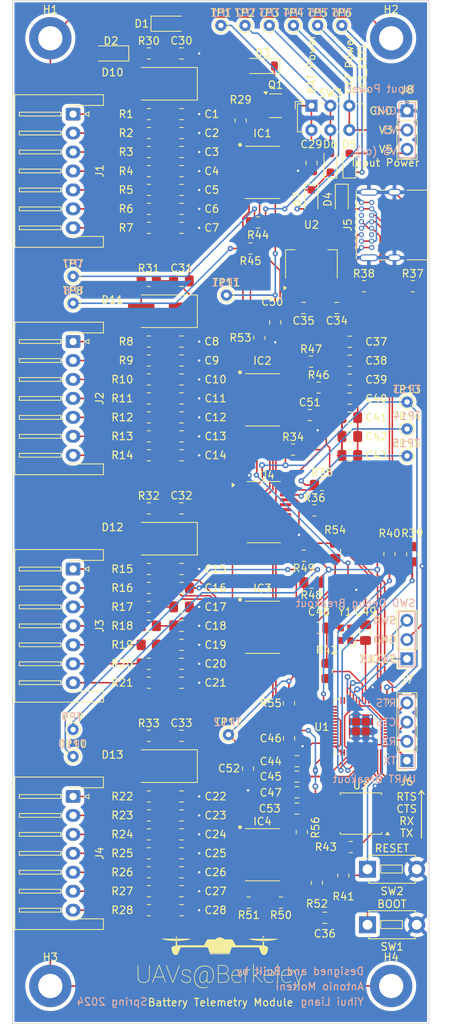
<source format=kicad_pcb>
(kicad_pcb (version 20240108) (generator "pcbnew") (generator_version "8.0")
  (title_block (title "Battery Telemetry Layout") (company "UAVs @ Berkeley"))
  (layers (0 "F.Cu" signal) (31 "B.Cu" signal) (34 "B.Paste" user) (35 "F.Paste" user) (36 "B.SilkS" user "B.Silkscreen") (37 "F.SilkS" user "F.Silkscreen") (38 "B.Mask" user) (39 "F.Mask" user) (44 "Edge.Cuts" user))
  (net 0 "")
  (net 1 "Net-(IC1-VC6)")
  (net 2 "GND")
  (net 3 "Net-(IC1-VC5)")
  (net 4 "Net-(IC1-VC4)")
  (net 5 "Net-(IC1-VC3)")
  (net 6 "Net-(IC1-VC2)")
  (net 7 "Net-(IC1-VC1)")
  (net 8 "Net-(IC1-VC0)")
  (net 9 "Net-(IC2-VC6)")
  (net 10 "Net-(IC2-VC5)")
  (net 11 "Net-(IC2-VC4)")
  (net 12 "Net-(IC2-VC3)")
  (net 13 "Net-(IC2-VC2)")
  (net 14 "Net-(IC2-VC1)")
  (net 15 "Net-(IC2-VC0)")
  (net 16 "Net-(IC3-VC6)")
  (net 17 "Net-(IC3-VC5)")
  (net 18 "Net-(IC3-VC4)")
  (net 19 "Net-(IC3-VC3)")
  (net 20 "Net-(IC3-VC2)")
  (net 21 "Net-(IC3-VC1)")
  (net 22 "Net-(IC3-VC0)")
  (net 23 "Net-(IC4-VC6)")
  (net 24 "Net-(IC4-VC5)")
  (net 25 "Net-(IC4-VC4)")
  (net 26 "Net-(IC4-VC3)")
  (net 27 "Net-(IC4-VC2)")
  (net 28 "Net-(IC4-VC1)")
  (net 29 "Net-(IC4-VC0)")
  (net 30 "/V3_BAT")
  (net 31 "Net-(D1-K)")
  (net 32 "Net-(IC2-BAT)")
  (net 33 "Net-(IC3-BAT)")
  (net 34 "Net-(IC4-BAT)")
  (net 35 "Net-(D4-K)")
  (net 36 "/V3_USB")
  (net 37 "+3V3")
  (net 38 "/1V1")
  (net 39 "Net-(D3-A)")
  (net 40 "Net-(D10-A2)")
  (net 41 "Net-(D11-A2)")
  (net 42 "Net-(D12-A2)")
  (net 43 "Net-(D13-A2)")
  (net 48 "/BAT1")
  (net 51 "/SDA_BAT1")
  (net 52 "/SCL_BAT1")
  (net 58 "/BAT2")
  (net 67 "/BAT3")
  (net 76 "/BAT4")
  (net 80 "Net-(J1-Pin_2)")
  (net 81 "Net-(J1-Pin_3)")
  (net 82 "Net-(J1-Pin_4)")
  (net 83 "Net-(J1-Pin_5)")
  (net 84 "Net-(J1-Pin_6)")
  (net 85 "Net-(J1-Pin_7)")
  (net 86 "Net-(J2-Pin_2)")
  (net 87 "Net-(J2-Pin_3)")
  (net 88 "Net-(J2-Pin_4)")
  (net 89 "Net-(J2-Pin_5)")
  (net 90 "Net-(J2-Pin_6)")
  (net 91 "Net-(J2-Pin_7)")
  (net 92 "Net-(J3-Pin_2)")
  (net 93 "Net-(J3-Pin_3)")
  (net 94 "Net-(J3-Pin_4)")
  (net 95 "Net-(J3-Pin_5)")
  (net 96 "Net-(J3-Pin_6)")
  (net 97 "Net-(J3-Pin_7)")
  (net 98 "Net-(J4-Pin_2)")
  (net 99 "Net-(J4-Pin_3)")
  (net 100 "Net-(J4-Pin_4)")
  (net 101 "Net-(J4-Pin_5)")
  (net 102 "Net-(J4-Pin_6)")
  (net 103 "Net-(J4-Pin_7)")
  (net 104 "Net-(D4-A)")
  (net 105 "Net-(J5-CC1)")
  (net 106 "/USB_D+")
  (net 107 "/USB_D-")
  (net 109 "Net-(J5-CC2)")
  (net 111 "/UART0 TX")
  (net 112 "/UART0 RX")
  (net 113 "/UART0 CTS")
  (net 114 "/UART0 RTS")
  (net 115 "Net-(J7-Pin_1)")
  (net 116 "Net-(J7-Pin_3)")
  (net 117 "/I2C0 SCL")
  (net 118 "/I2C0 SDA")
  (net 119 "/RUN")
  (net 120 "Net-(U1-USB_DP)")
  (net 121 "Net-(U1-USB_DM)")
  (net 122 "/USB_BOOT")
  (net 123 "/QSPI_CS")
  (net 124 "Net-(U1-XOUT)")
  (net 125 "Net-(C48-Pad1)")
  (net 133 "/V5_EXT")
  (net 136 "Net-(U1-XIN)")
  (net 147 "/QSPI_SD3")
  (net 148 "/QSPI_SCLK")
  (net 149 "/QSPI_SDO")
  (net 150 "/QSPI_SD2")
  (net 151 "/QSPI_SD1")
  (net 152 "Net-(D6-A)")
  (net 153 "/V3_EXT")
  (net 154 "/RESET")
  (net 163 "Net-(D2-K)")
  (net 164 "/SCL_BAT4")
  (net 165 "/SDA_BAT4")
  (net 166 "/SCL_BAT3")
  (net 167 "/SDA_BAT3")
  (net 168 "/SCL_BAT2")
  (net 169 "/SDA_BAT2")
  (net 170 "/Chassis")
  (net 171 "Net-(U1-GPIO26_ADC0)")
  (net 172 "Net-(U1-GPIO27_ADC1)")
  (net 173 "Net-(U1-GPIO28_ADC2)")
  (net 174 "Net-(U1-GPIO29_ADC3)")
  (footprint "Capacitor_SMD:C_0805_2012Metric_Pad1.18x1.45mm_HandSolder" (layer "F.Cu") (at 59.7 67.4625 -90)
    (property "Reference" "C50")
    (property "Value" "0.1uF")
  )
  (footprint "Capacitor_SMD:C_0805_2012Metric_Pad1.18x1.45mm_HandSolder" (layer "F.Cu") (at 47.3125 115)
    (property "Reference" "C21")
    (property "Value" "1uF")
  )
  (footprint "Package_TO_SOT_SMD:SOT-223-3_TabPin2" (layer "F.Cu") (at 64.475 59.8 90)
    (property "Reference" "U2")
    (property "Value" "NCP1117-3.3_SOT223")
  )
  (footprint "Resistor_SMD:R_0805_2012Metric_Pad1.20x1.40mm_HandSolder" (layer "F.Cu") (at 43 52.5)
    (property "Reference" "R6")
    (property "Value" "47R")
  )
  (footprint "Capacitor_SMD:C_0805_2012Metric_Pad1.18x1.45mm_HandSolder" (layer "F.Cu") (at 47.3125 72.5)
    (property "Reference" "C9")
    (property "Value" "1uF")
  )
  (footprint "MountingHole:MountingHole_3.2mm_M3_DIN965_Pad" (layer "F.Cu") (at 75 155)
    (property "Reference" "H4")
    (property "Value" "MountingHole")
  )
  (footprint "Resistor_SMD:R_0805_2012Metric_Pad1.20x1.40mm_HandSolder" (layer "F.Cu") (at 69.675 136.675 180)
    (property "Reference" "R43")
    (property "Value" "10k")
  )
  (footprint "TestPoint:TestPoint_THTPad_D1.5mm_Drill0.7mm" (layer "F.Cu") (at 68.49 28.3)
    (property "Reference" "TP6")
    (property "Value" "TestPoint")
  )
  (footprint "Resistor_SMD:R_0805_2012Metric_Pad1.20x1.40mm_HandSolder" (layer "F.Cu") (at 43 100)
    (property "Reference" "R15")
    (property "Value" "47R")
  )
  (footprint "TestPoint:TestPoint_THTPad_D1.5mm_Drill0.7mm" (layer "F.Cu") (at 58.905 28.3)
    (property "Reference" "TP3")
    (property "Value" "TestPoint")
  )
  (footprint "Resistor_SMD:R_0805_2012Metric_Pad1.20x1.40mm_HandSolder" (layer "F.Cu") (at 64.425 72.65 180)
    (property "Reference" "R47")
    (property "Value" "3.3k")
  )
  (footprint "Package_SO:TSSOP-24_4.4x7.8mm_P0.65mm" (layer "F.Cu") (at 58.1875 92.5)
    (property "Reference" "U4")
    (property "Value" "TCA9548APWR")
  )
  (footprint "Package_SO:SOIC-8_5.23x5.23mm_P1.27mm" (layer "F.Cu") (at 71.0125 132.26 180)
    (property "Reference" "U3")
    (property "Value" "W25Q128JVS")
  )
  (footprint "TestPoint:TestPoint_THTPad_D1.5mm_Drill0.7mm" (layer "F.Cu") (at 62.1 28.3)
    (property "Reference" "TP4")
    (property "Value" "TestPoint")
  )
  (footprint "BQ76925PWR:SOP65P640X120-20N" (layer "F.Cu") (at 58 107.69)
    (property "Reference" "IC3")
    (property "Value" "BQ76925PWR")
  )
  (footprint "Diode_SMD:D_SMB_Handsoldering" (layer "F.Cu") (at 44.7 126 180)
    (property "Reference" "D13")
    (property "Value" "SMBJ28CA")
  )
  (footprint "Resistor_SMD:R_0805_2012Metric_Pad1.20x1.40mm_HandSolder" (layer "F.Cu") (at 43 62)
    (property "Reference" "R31")
    (property "Value" "100R")
  )
  (footprint "Capacitor_SMD:C_0805_2012Metric_Pad1.18x1.45mm_HandSolder" (layer "F.Cu") (at 62.5625 129.45 180)
    (property "Reference" "C47")
    (property "Value" "1u")
  )
  (footprint "Resistor_SMD:R_0805_2012Metric_Pad1.20x1.40mm_HandSolder" (layer "F.Cu") (at 56.425 57.725 180)
    (property "Reference" "R45")
    (property "Value" "3.3k")
  )
  (footprint "Resistor_SMD:R_0805_2012Metric_Pad1.20x1.40mm_HandSolder" (layer "F.Cu") (at 43 130)
    (property "Reference" "R22")
    (property "Value" "47R")
  )
  (footprint "Resistor_SMD:R_0805_2012Metric_Pad1.20x1.40mm_HandSolder" (layer "F.Cu") (at 43 107.5)
    (property "Reference" "R18")
    (property "Value" "47R")
  )
  (footprint "Resistor_SMD:R_0805_2012Metric_Pad1.20x1.40mm_HandSolder" (layer "F.Cu") (at 43 40)
    (property "Reference" "R1")
    (property "Value" "47R")
  )
  (footprint "Capacitor_SMD:C_0805_2012Metric_Pad1.18x1.45mm_HandSolder" (layer "F.Cu") (at 67.825 65.575)
    (property "Reference" "C34")
    (property "Value" "10u")
  )
  (footprint "TestPoint:TestPoint_THTPad_D1.5mm_Drill0.7mm" (layer "F.Cu") (at 52.515 28.3)
    (property "Reference" "TP1")
    (property "Value" "TestPoint")
  )
  (footprint "Resistor_SMD:R_0805_2012Metric_Pad1.20x1.40mm_HandSolder" (layer "F.Cu") (at 43 105)
    (property "Reference" "R17")
    (property "Value" "47R")
  )
  (footprint "Capacitor_SMD:C_0805_2012Metric_Pad1.18x1.45mm_HandSolder" (layer "F.Cu") (at 47.3125 70)
    (property "Reference" "C8")
    (property "Value" "1uF")
  )
  (footprint "Capacitor_SMD:C_0805_2012Metric_Pad1.18x1.45mm_HandSolder" (layer "F.Cu") (at 47.3125 137.5)
    (property "Reference" "C25")
    (property "Value" "1uF")
  )
  (footprint "Resistor_SMD:R_0805_2012Metric_Pad1.20x1.40mm_HandSolder" (layer "F.Cu") (at 67.6 97.6 90)
    (property "Reference" "R54")
    (property "Value" "0")
  )
  (footprint "Capacitor_SMD:C_0805_2012Metric_Pad1.18x1.45mm_HandSolder" (layer "F.Cu") (at 56.1 126.3375 -90)
    (property "Reference" "C52")
    (property "Value" "0.1uF")
  )
  (footprint "Capacitor_SMD:C_0805_2012Metric_Pad1.18x1.45mm_HandSolder" (layer "F.Cu") (at 69.5375 75.025)
    (property "Reference" "C39")
    (property "Value" "100n")
  )
  (footprint "Resistor_SMD:R_0805_2012Metric_Pad1.20x1.40mm_HandSolder" (layer "F.Cu") (at 43 92)
    (property "Reference" "R32")
    (property "Value" "100R")
  )
  (footprint "Capacitor_SMD:C_0805_2012Metric_Pad1.18x1.45mm_HandSolder" (layer "F.Cu") (at 69.5375 77.525)
    (property "Reference" "C40")
    (property "Value" "100n")
  )
  (footprint "Capacitor_SMD:C_0805_2012Metric_Pad1.18x1.45mm_HandSolder" (layer "F.Cu") (at 69.5375 85.025)
    (property "Reference" "C43")
    (property "Value" "100n")
  )
  (footprint "Diode_SMD:D_SOD-123" (layer "F.Cu") (at 45.65 28.075)
    (property "Reference" "D1")
    (property "Value" "BZT52C30-7-F")
  )
  (footprint "Resistor_SMD:R_0805_2012Metric_Pad1.20x1.40mm_HandSolder" (layer "F.Cu") (at 43 72.5)
    (property "Reference" "R9")
    (property "Value" "47R")
  )
  (footprint "Capacitor_SMD:C_0805_2012Metric_Pad1.18x1.45mm_HandSolder" (layer "F.Cu") (at 47.3125 102.5)
    (property "Reference" "C16")
    (property "Value" "1uF")
  )
  (footprint "Capacitor_SMD:C_0805_2012Metric_Pad1.18x1.45mm_HandSolder" (layer "F.Cu") (at 66.2375 146)
    (property "Reference" "C36")
    (property "Value" "100n")
  )
  (footprint "Resistor_SMD:R_0805_2012Metric_Pad1.20x1.40mm_HandSolder" (layer "F.Cu") (at 43 135)
    (property "Reference" "R24")
    (property "Value" "47R")
  )
  (footprint "Diode_SMD:D_SOD-323_HandSoldering" (layer "F.Cu") (at 69.475 46.425 90)
    (property "Reference" "D5")
    (property "Value" "CUS05S30,H3F")
  )
  (footprint "Connector_JST:JST_XH_S7B-XH-A-1_1x07_P2.50mm_Horizontal" (layer "F.Cu") (at 33 130 -90)
    (property "Reference" "J4")
    (property "Value" "Conn_01x07_Pin")
  )
  (footprint "Capacitor_SMD:C_0805_2012Metric_Pad1.18x1.45mm_HandSolder" (layer "F.Cu") (at 47.3125 75)
    (property "Reference" "C10")
    (property "Value" "1uF")
  )
  (footprint "MountingHole:MountingHole_3.2mm_M3_DIN965_Pad" (layer "F.Cu") (at 30 155)
    (property "Reference" "H3")
    (property "Value" "MountingHole")
  )
  (footprint "Capacitor_SMD:C_0805_2012Metric_Pad1.18x1.45mm_HandSolder" (layer "F.Cu") (at 47.3125 105)
    (property "Reference" "C17")
    (property "Value" "1uF")
  )
  (footprint "Resistor_SMD:R_0805_2012Metric_Pad1.20x1.40mm_HandSolder" (layer "F.Cu") (at 61.5 117.7 90)
    (property "Reference" "R55")
    (property "Value" "0")
  )
  (footprint "Capacitor_SMD:C_0805_2012Metric_Pad1.18x1.45mm_HandSolder" (layer "F.Cu") (at 47.3125 50)
    (property "Reference" "C5")
    (property "Value" "1uF")
  )
  (footprint "Diode_SMD:D_SMB_Handsoldering" (layer "F.Cu") (at 44.7 36 180)
    (property "Reference" "D10")
    (property "Value" "SMBJ28CA")
  )
  (footprint "Resistor_SMD:R_0805_2012Metric_Pad1.20x1.40mm_HandSolder" (layer "F.Cu") (at 64.875 92.275)
    (property "Reference" "R36")
    (property "Value" "3.3k")
  )
  (footprint "Capacitor_SMD:C_0805_2012Metric_Pad1.18x1.45mm_HandSolder" (layer "F.Cu") (at 47.3125 62)
    (property "Reference" "C31")
    (property "Value" "10uF")
  )
  (footprint "Resistor_SMD:R_0805_2012Metric_Pad1.20x1.40mm_HandSolder" (layer "F.Cu") (at 43 132.5)
    (property "Reference" "R23")
    (property "Value" "47R")
  )
  (footprint "Resistor_SMD:R_0805_2012Metric_Pad1.20x1.40mm_HandSolder" (layer "F.Cu") (at 64.475 101.8 180)
    (property "Reference" "R48")
    (property "Value" "3.3k")
  )
  (footprint "Resistor_SMD:R_0805_2012Metric_Pad1.20x1.40mm_HandSolder" (layer "F.Cu") (at 43 32)
    (property "Reference" "R30")
    (property "Value" "100R")
  )
  (footprint "TestPoint:TestPoint_THTPad_D1.5mm_Drill0.7mm" (layer "F.Cu") (at 77.1 77.975)
    (property "Reference" "TP13")
    (property "Value" "TestPoint")
  )
  (footprint "Diode_SMD:D_SMB_Handsoldering" (layer "F.Cu") (at 44.7 66 180)
    (property "Reference" "D11")
    (property "Value" "SMBJ28CA")
  )
  (footprint "Capacitor_SMD:C_0805_2012Metric_Pad1.18x1.45mm_HandSolder" (layer "F.Cu") (at 47.3125 77.5)
    (property "Reference" "C11")
    (property "Value" "1uF")
  )
  (footprint "Package_TO_SOT_SMD:SOT-23-3" (layer "F.Cu") (at 59.7342 38.9)
    (property "Reference" "Q1")
    (property "Value" "ZXTP25040DFHTA")
  )
  (footprint "Capacitor_SMD:C_0805_2012Metric_Pad1.18x1.45mm_HandSolder" (layer "F.Cu") (at 47.3125 85)
    (property "Reference" "C14")
    (property "Value" "1uF")
  )
  (footprint "Diode_SMD:D_SOD-323_HandSoldering" (layer "F.Cu") (at 66.975 46.425 90)
    (property "Reference" "D6")
    (property "Value" "CUS05S30,H3F")
  )
  (footprint "TestPoint:TestPoint_THTPad_D1.5mm_Drill0.7mm" (layer "F.Cu") (at 33 121.175)
    (property "Reference" "TP9")
    (property "Value" "TestPoint")
  )
  (footprint "Resistor_SMD:R_0805_2012Metric_Pad1.20x1.40mm_HandSolder" (layer "F.Cu") (at 43 80)
    (property "Reference" "R12")
    (property "Value" "47R")
  )
  (footprint "Resistor_SMD:R_0805_2012Metric_Pad1.20x1.40mm_HandSolder" (layer "F.Cu") (at 43 82.5)
    (property "Reference" "R13")
    (property "Value" "47R")
  )
  (footprint "Resistor_SMD:R_0805_2012Metric_Pad1.20x1.40mm_HandSolder" (layer "F.Cu") (at 43 75)
    (property "Reference" "R10")
    (property "Value" "47R")
  )
  (footprint "Resistor_SMD:R_0805_2012Metric_Pad1.20x1.40mm_HandSolder" (layer "F.Cu") (at 43 77.5)
    (property "Reference" "R11")
    (property "Value" "47R")
  )
  (footprint "Capacitor_SMD:C_0805_2012Metric_Pad1.18x1.45mm_HandSolder" (layer "F.Cu") (at 69.5375 70.025)
    (property "Reference" "C37")
    (property "Value" "100n")
  )
  (footprint "Button_Switch_THT:SW_PUSH_1P1T_6x3.5mm_H4.3_APEM_MJTP1243" (layer "F.Cu") (at 71.875 139.6)
    (property "Reference" "SW2")
    (property "Value" "SW_Push")
  )
  (footprint "Capacitor_SMD:C_0805_2012Metric_Pad1.18x1.45mm_HandSolder" (layer "F.Cu") (at 71.6125 108.3875 90)
    (property "Reference" "C49")
    (property "Value" "15p")
  )
  (footprint "Resistor_SMD:R_0805_2012Metric_Pad1.20x1.40mm_HandSolder" (layer "F.Cu") (at 65.425 76.065 180)
    (property "Reference" "R46")
    (property "Value" "3.3k")
  )
  (footprint "Diode_SMD:D_SOD-323_HandSoldering" (layer "F.Cu") (at 64.475 51.25 -90)
    (property "Reference" "D7")
    (property "Value" "CUS05S30,H3F")
  )
  (footprint "Resistor_SMD:R_0805_2012Metric_Pad1.20x1.40mm_HandSolder" (layer "F.Cu") (at 55.1283 40.85 -90)
    (property "Reference" "R29")
    (property "Value" "1M")
  )
  (footprint "Resistor_SMD:R_0805_2012Metric_Pad1.20x1.40mm_HandSolder" (layer "F.Cu") (at 65.2 141.4 90)
    (property "Reference" "R52")
    (property "Value" "10k")
  )
  (footprint "MountingHole:MountingHole_3.2mm_M3_DIN965_Pad" (layer "F.Cu") (at 75 30)
    (property "Reference" "H2")
    (property "Value" "MountingHole")
  )
  (footprint "Resistor_SMD:R_0805_2012Metric_Pad1.20x1.40mm_HandSolder" (layer "F.Cu") (at 71.4 62.7)
    (property "Reference" "R38")
    (property "Value" "5.1k")
  )
  (footprint "Connector_PinSocket_2.54mm:PinSocket_1x04_P2.54mm_Vertical" (layer "F.Cu") (at 77.075 125.275 180)
    (property "Reference" "J6")
    (property "Value" "Conn_01x04_Socket")
  )
  (footprint "Resistor_SMD:R_0805_2012Metric_Pad1.20x1.40mm_HandSolder" (layer "F.Cu") (at 43 85)
    (property "Reference" "R14")
    (property "Value" "47R")
  )
  (footprint "RP2040:RP2040-QFN-56" (layer "F.Cu") (at 71.0125 120.775 180)
    (property "Reference" "U1")
    (property "Value" "RP2040")
  )
  (footprint "Resistor_SMD:R_0805_2012Metric_Pad1.20x1.40mm_HandSolder" (layer "F.Cu") (at 77.775 98.05 -90)
    (property "Reference" "R39")
    (property "Value" "27R")
  )
  (footprint "Resistor_SMD:R_0805_2012Metric_Pad1.20x1.40mm_HandSolder" (layer "F.Cu") (at 77.85 62.7)
    (property "Reference" "R37")
    (property "Value" "5.1k")
  )
  (footprint "Resistor_SMD:R_0805_2012Metric_Pad1.20x1.40mm_HandSolder" (layer "F.Cu") (at 57.6 69.5 90)
    (property "Reference" "R53")
    (property "Value" "0")
  )
  (footprint "Capacitor_SMD:C_0805_2012Metric_Pad1.18x1.45mm_HandSolder" (layer "F.Cu") (at 47.3125 52.5)
    (property "Reference" "C6")
    (property "Value" "1uF")
  )
  (footprint "Resistor_SMD:R_0805_2012Metric_Pad1.20x1.40mm_HandSolder" (layer "F.Cu") (at 43 112.5)
    (property "Reference" "R20")
    (property "Value" "47R")
  )
  (footprint "BQ76925PWR:SOP65P640X120-20N" (layer "F.Cu") (at 58 47.69)
    (property "Reference" "IC1")
    (property "Value" "BQ76925PWR")
  )
  (footprint "Capacitor_SMD:C_0805_2012Metric_Pad1.18x1.45mm_HandSolder" (layer "F.Cu") (at 47.3125 110)
    (property "Reference" "C19")
    (property "Value" "1uF")
  )
  (footprint "MountingHole:MountingHole_3.2mm_M3_DIN965_Pad" (layer "F.Cu") (at 30 30)
    (property "Reference" "H1")
    (property "Value" "MountingHole")
  )
  (footprint "Capacitor_SMD:C_0805_2012Metric_Pad1.18x1.45mm_HandSolder" (layer "F.Cu") (at 47.3125 122)
    (property "Reference" "C33")
    (property "Value" "10uF")
  )
  (footprint "Button_Switch_THT:SW_E-Switch_EG1271_SPDT" (layer "F.Cu") (at 64.475 38.9)
    (property "Reference" "SW3")
    (property "Value" "SW_SPDT")
  )
  (footprint "Resistor_SMD:R_0805_2012Metric_Pad1.20x1.40mm_HandSolder" (layer "F.Cu") (at 43 145)
    (property "Reference" "R28")
    (property "Value" "47R")
  )
  (footprint "Resistor_SMD:R_0805_2012Metric_Pad1.20x1.40mm_HandSolder" (layer "F.Cu") (at 74.775 98.05 90)
    (property "Reference" "R40")
    (property "Value" "27R")
  )
  (footprint "Capacitor_SMD:C_0805_2012Metric_Pad1.18x1.45mm_HandSolder" (layer "F.Cu") (at 47.3125 145)
    (property "Reference" "C28")
    (property "Value" "1uF")
  )
  (footprint "Resistor_SMD:R_0805_2012Metric_Pad1.20x1.40mm_HandSolder" (layer "F.Cu") (at 63.475 98.25 180)
    (property "Reference" "R49")
    (property "Value" "3.3k")
  )
  (footprint "Diode_SMD:D_SMB_Handsoldering" (layer "F.Cu") (at 44.7 96 180)
    (property "Reference" "D12")
    (property "Value" "SMBJ28CA")
  )
  (footprint "Resistor_SMD:R_0805_2012Metric_Pad1.20x1.40mm_HandSolder" (layer "F.Cu") (at 43 47.525)
    (property "Reference" "R4")
    (property "Value" "47R")
  )
  (footprint "Resistor_SMD:R_0805_2012Metric_Pad1.20x1.40mm_HandSolder" (layer "F.Cu") (at 66.5 113.45 90)
    (property "Reference" "R42")
    (property "Value" "1k")
  )
  (footprint "TestPoint:TestPoint_THTPad_D1.5mm_Drill0.7mm" (layer "F.Cu") (at 77.1 85.075)
    (property "Reference" "TP15")
    (property "Value" "TestPoint")
  )
  (footprint "Diode_SMD:D_SOD-323_HandSoldering" (layer "F.Cu") (at 68.475 51.25 -90)
    (property "Reference" "D4")
    (property "Value" "CUS05S30,H3F")
  )
  (footprint "Resistor_SMD:R_0805_2012Metric_Pad1.20x1.40mm_HandSolder" (layer "F.Cu") (at 43 45)
    (property "Reference" "R3")
    (property "Value" "47R")
  )
  (footprint "Resistor_SMD:R_0805_2012Metric_Pad1.20x1.40mm_HandSolder" (layer "F.Cu") (at 68.675 140.425 90)
    (property "Reference" "R41")
    (property "Value" "1k")
  )
  (footprint "TestPoint:TestPoint_THTPad_D1.5mm_Drill0.7mm" (layer "F.Cu") (at 33 64.95)
    (property "Reference" "TP8")
    (property "Value" "TestPoint")
  )
  (footprint "Capacitor_SMD:C_0805_2012Metric_Pad1.18x1.45mm_HandSolder" (layer "F.Cu") (at 69.5375 80.025)
    (property "Reference" "C41")
    (property "Value" "100n")
  )
  (footprint "Capacitor_SMD:C_0805_2012Metric_Pad1.18x1.45mm_HandSolder" (layer "F.Cu") (at 47.3125 100)
    (property "Reference" "C15")
    (property "Value" "1uF")
  )
  (footprint "TestPoint:TestPoint_THTPad_D1.5mm_Drill0.7mm" (layer "F.Cu") (at 55.71 28.3)
    (property "Reference" "TP2")
    (property "Value" "TestPoint")
  )
  (footprint "Capacitor_SMD:C_0805_2012Metric_Pad1.18x1.45mm_HandSolder" (layer "F.Cu") (at 47.3125 142.5)
    (property "Reference" "C27")
    (property "Value" "1uF")
  )
  (footprint "BQ76925PWR:SOP65P640X120-20N" (layer "F.Cu") (at 58 137.69)
    (property "Reference" "IC4")
    (property "Value" "BQ76925PWR")
  )
  (footprint "Resistor_SMD:R_0805_2012Metric_Pad1.20x1.40mm_HandSolder" (layer "F.Cu") (at 65.875 88.925)
    (property "Reference" "R35")
    (property "Value" "3.3k")
  )
  (footprint "Diode_SMD:D_SOD-123" (layer "F.Cu") (at 38 32 180)
    (property "Reference" "D2")
    (property "Value" "MBR0540T1G")
  )
  (footprint "Capacitor_SMD:C_0805_2012Metric_Pad1.18x1.45mm_HandSolder" (layer "F.Cu") (at 47.3125 40)
    (property "Reference" "C1")
    (property "Value" "1uF")
  )
  (footprint "Resistor_SMD:R_0805_2012Metric_Pad1.20x1.40mm_HandSolder" (layer "F.Cu") (at 43 142.5)
    (property "Reference" "R27")
    (property "Value" "47R")
  )
  (footprint "Capacitor_SMD:C_0805_2012Metric_Pad1.18x1.45mm_HandSolder" (layer "F.Cu") (at 47.3125 132.5)
    (property "Reference" "C23")
    (property "Value" "1uF")
  )
  (footprint "TestPoint:TestPoint_THTPad_D1.5mm_Drill0.7mm" (layer "F.Cu") (at 53.525 121.85)
    (property "Reference" "TP12")
    (property "Value" "TestPoint")
  )
  (footprint "Connector_USB:USB_C_Receptacle_GCT_USB4085" (layer "F.Cu") (at 71.075 57.6 90)
    (property "Reference" "J5")
    (property "Value" "USB_C_Receptacle_USB2.0")
  )
  (footprint "TestPoint:TestPoint_THTPad_D1.5mm_Drill0.7mm" (layer "F.Cu") (at 33 124.725)
    (property "Reference" "TP10")
    (property "Value" "TestPoint")
  )
  (footprint "Resistor_SMD:R_0805_2012Metric_Pad1.20x1.40mm_HandSolder" (layer "F.Cu") (at 63.2 134.7 -90)
    (property "Reference" "R56")
    (property "Value" "0")
  )
  (footprint "Capacitor_SMD:C_0805_2012Metric_Pad1.18x1.45mm_HandSolder" (layer "F.Cu") (at 62.5625 127.375 180)
    (property "Reference" "C45")
    (property "Value" "100n")
  )
  (footprint "Resistor_SMD:R_0805_2012Metric_Pad1.20x1.40mm_HandSolder" (layer "F.Cu") (at 62.05 84.25)
    (property "Reference" "R34")
    (property "Value" "3.3k")
  )
  (footprint "Capacitor_SMD:C_0805_2012Metric_Pad1.18x1.45mm_HandSolder" (layer "F.Cu") (at 47.3125 80)
    (property "Reference" "C12")
    (property "Value" "1uF")
  )
  (footprint "Resistor_SMD:R_0805_2012Metric_Pad1.20x1.40mm_HandSolder" (layer "F.Cu") (at 43 137.5)
    (property "Reference" "R25")
    (property "Value" "47R")
  )
  (footprint "Resistor_SMD:R_0805_2012Metric_Pad1.20x1.40mm_HandSolder" (layer "F.Cu") (at 43 110)
    (property "Reference" "R19")
    (property "Value" "47R")
  )
  (footprint "Capacitor_SMD:C_0805_2012Metric_Pad1.18x1.45mm_HandSolder" (layer "F.Cu") (at 47.3125 82.5)
    (property "Reference" "C13")
    (property "Value" "1uF")
  )
  (footprint "Capacitor_SMD:C_0805_2012Metric_Pad1.18x1.45mm_HandSolder" (layer "F.Cu") (at 47.3125 107.5)
    (property "Reference" "C18")
    (property "Value" "1uF")
  )
  (footprint "TestPoint:TestPoint_THTPad_D1.5mm_Drill0.7mm" (layer "F.Cu") (at 33 61.4)
    (property "Reference" "TP7")
    (property "Value" "TestPoint")
  )
  (footprint "BQ76925PWR:SOP65P640X120-20N" (layer "F.Cu") (at 58 77.69)
    (property "Reference" "IC2")
    (property "Value" "BQ76925PWR")
  )
  (footprint "Resistor_SMD:R_0805_2012Metric_Pad1.20x1.40mm_HandSolder" (layer "F.Cu") (at 43 50)
    (property "Reference" "R5")
    (property "Value" "47R")
  )
  (footprint "Capacitor_SMD:C_0805_2012Metric_Pad1.18x1.45mm_HandSolder" (layer "F.Cu") (at 63.4375 65.575 180)
    (property "Reference" "C35")
    (property "Value" "10u")
  )
  (footprint "Connector_JST:JST_XH_S7B-XH-A-1_1x07_P2.50mm_Horizontal" (layer "F.Cu") (at 33 40 -90)
    (property "Reference" "J1")
    (property "Value" "Conn_01x07_Pin")
  )
  (footprint "Connector_PinSocket_2.54mm:PinSocket_1x03_P2.54mm_Vertical" (layer "F.Cu") (at 77.1 39.56)
    (property "Reference" "J8")
    (property "Value" "Conn_01x03_Socket")
  )
  (footprint "Capacitor_SMD:C_0805_2012Metric_Pad1.18x1.45mm_HandSolder" (layer "F.Cu") (at 61.525 122.3375 -90)
    (property "Reference" "C46")
    (property "Value" "1u")
  )
  (footprint "Resistor_SMD:R_0805_2012Metric_Pad1.20x1.40mm_HandSolder" (layer "F.Cu") (at 57.425 54.3 180)
    (property "Reference" "R44")
    (property "Value" "3.3k")
  )
  (footprint "Resistor_SMD:R_0805_2012Metric_Pad1.20x1.40mm_HandSolder" (layer "F.Cu") (at 43 55)
    (property "Reference" "R7")
    (property "Value" "47R")
  )
  (footprint "Capacitor_SMD:C_0805_2012Metric_Pad1.18x1.45mm_HandSolder" (layer "F.Cu") (at 62.5625 131.6 180)
    (property "Reference" "C53")
    (property "Value" "0.1uF")
  )
  (footprint "Capacitor_SMD:C_0805_2012Metric_Pad1.18x1.45mm_HandSolder" (layer "F.Cu") (at 47.3125 42.5)
    (property "Reference" "C2")
    (property "Value" "1uF")
  )
  (footprint "Capacitor_SMD:C_0805_2012Metric_Pad1.18x1.45mm_HandSolder" (layer "F.Cu") (at 47.3125 55)
    (property "Reference" "C7")
    (property "Value" "1uF")
  )
  (footprint "Capacitor_SMD:C_0805_2012Metric_Pad1.18x1.45mm_HandSolder" (layer "F.Cu") (at 47.3125 32)
    (property "Reference" "C30")
    (property "Value" "10uF")
  )
  (footprint "Capacitor_SMD:C_0805_2012Metric_Pad1.18x1.45mm_HandSolder" (layer "F.Cu") (at 64.2625 79.7)
    (property "Reference" "C51")
    (property "Value" "0.1uF")
  )
  (footprint "Connector_JST:JST_XH_S7B-XH-A-1_1x07_P2.50mm_Horizontal" (layer "F.Cu") (at 33 100 -90)
    (property "Reference" "J3")
    (property "Value" "Conn_01x07_Pin")
  )
  (footprint "Connector_JST:JST_XH_S7B-XH-A-1_1x07_P2.50mm_Horizontal" (layer "F.Cu") (at 33 70 -90)
    (property "Reference" "J2")
    (property "Value" "Conn_01x07_Pin")
  )
  (footprint "TestPoint:TestPoint_THTPad_D1.5mm_Drill0.7mm" (layer "F.Cu") (at 65.295 28.3)
    (property "Reference" "TP5")
    (property "Value" "TestPoint")
  )
  (footprint "TestPoint:TestPoint_THTPad_D1.5mm_Drill0.7mm" (layer "F.Cu") (at 77.1 81.525)
    (property "Reference" "TP14")
    (property "Value" "TestPoint")
  )
  (footprint "Capacitor_SMD:C_0805_2012Metric_Pad1.18x1.45mm_HandSolder" (layer "F.Cu") (at 47.3125 112.5)
    (property "Reference" "C20")
    (property "Value" "1uF")
  )
  (footprint "Capacitor_SMD:C_0805_2012Metric_Pad1.18x1.45mm_HandSolder" (layer "F.Cu") (at 65.4625 107.775 180)
    (property "Reference" "C48")
    (property "Value" "15p")
  )
  (footprint "Diode_SMD:D_SOD-123" (layer "F.Cu") (at 57.9342 33.65 180)
    (property "Reference" "D3")
    (property "Value" "BZT52C4V7-7-F")
  )
  (footprint "Capacitor_SMD:C_0805_2012Metric_Pad1.18x1.45mm_HandSolder" (layer "F.Cu") (at 47.3125 135)
    (property "Reference" "C24")
    (property "Value" "1uF")
  )
  (footprint "Resistor_SMD:R_0805_2012Metric_Pad1.20x1.40mm_HandSolder" (layer "F.Cu") (at 56.2 144 180)
    (property "Reference" "R51")
    (property "Value" "3.3k")
  )
  (footprint "Resistor_SMD:R_0805_2012Metric_Pad1.20x1.40mm_HandSolder" (layer "F.Cu") (at 43 42.5)
    (property "Reference" "R2")
    (property "Value" "47R")
  )
  (footprint "Resistor_SMD:R_0805_2012Metric_Pad1.20x1.40mm_HandSolder" (layer "F.Cu") (at 43 115)
    (property "Reference" "R21")
    (property "Value" "47R")
  )
  (footprint "Capacitor_SMD:C_0805_2012Metric_Pad1.18x1.45mm_HandSolder" (layer "F.Cu") (at 69.5375 72.525)
    (property "Reference" "C38")
    (property "Value" "100n")
  )
  (footprint "Capacitor_SMD:C_0805_2012Metric_Pad1.18x1.45mm_HandSolder" (layer "F.Cu") (at 47.3125 45)
    (property "Reference" "C3")
    (property "Value" "1uF")
  )
  (footprint "LOGO" (layer "F.Cu") (at 52.378223 151.6)
    (property "Reference" "G***" (hide yes))
    (property "Value" "LOGO" (hide yes))
  )
  (footprint "Capacitor_SMD:C_0805_2012Metric_Pad1.18x1.45mm_HandSolder" (layer "F.Cu") (at 47.3125 140)
    (property "Reference" "C26")
    (property "Value" "1uF")
  )
  (footprint "Connector_PinSocket_2.54mm:PinSocket_1x03_P2.54mm_Vertical" (layer "F.Cu") (at 77.075 111.85 180)
    (property "Reference" "J7")
    (property "Value" "Conn_01x03_Socket")
  )
  (footprint "Resistor_SMD:R_0805_2012Metric_Pad1.20x1.40mm_HandSolder" (layer "F.Cu") (at 60.4467 144 180)
    (property "Reference" "R50")
    (property "Value" "3.3k")
  )
  (footprint "Capacitor_SMD:C_0805_2012Metric_Pad1.18x1.45mm_HandSolder" (layer "F.Cu") (at 47.3125 92)
    (property "Reference" "C32")
    (property "Value" "10uF")
  )
  (footprint "Capacitor_SMD:C_0805_2012Metric_Pad1.18x1.45mm_HandSolder" (layer "F.Cu") (at 47.3125 130)
    (property "Reference" "C22")
    (property "Value" "1uF")
  )
  (footprint "TestPoint:TestPoint_THTPad_D1.5mm_Drill0.7mm" (layer "F.Cu") (at 53.25 63.875)
    (property "Reference" "TP11")
    (property "Value" "TestPoint")
  )
  (footprint "Crystal:Crystal_SMD_Abracon_ABM10-4Pin_2.5x2.0mm" (layer "F.Cu") (at 68.975 108.6 180)
    (property "Reference" "Y1")
    (property "Value" "ABM10AIG-12.000MHZ-4Z-T3")
  )
  (footprint "Button_Switch_THT:SW_PUSH_1P1T_6x3.5mm_H4.3_APEM_MJTP1243" (layer "F.Cu") (at 71.875 146.925)
    (property "Reference" "SW1")
    (property "Value" "SW_Push")
  )
  (footprint "Capacitor_SMD:C_0805_2012Metric_Pad1.18x1.45mm_HandSolder" (layer "F.Cu") (at 62.5625 125.35 180)
    (property "Reference" "C44")
    (property "Value" "100n")
  )
  (footprint "Capacitor_SMD:C_0805_2012Metric_Pad1.18x1.45mm_HandSolder" (layer "F.Cu") (at 64.475 46.4375 -90)
    (property "Reference" "C29")
    (property "Value" "4.7uf/10V")
  )
  (footprint "Capacitor_SMD:C_0805_2012Metric_Pad1.18x1.45mm_HandSolder" (layer "F.Cu") (at 69.5375 82.525)
    (property "Reference" "C42")
    (property "Value" "100n")
  )
  (footprint "Resistor_SMD:R_0805_2012Metric_Pad1.20x1.40mm_HandSolder" (layer "F.Cu") (at 43 122)
    (property "Reference" "R33")
    (property "Value" "100R")
  )
  (footprint "Resistor_SMD:R_0805_2012Metric_Pad1.20x1.40mm_HandSolder" (layer "F.Cu") (at 43 140)
    (property "Reference" "R26")
    (property "Value" "47R")
  )
  (footprint "Resistor_SMD:R_0805_2012Metric_Pad1.20x1.40mm_HandSolder" (layer "F.Cu") (at 43 102.5)
    (property "Reference" "R16")
    (property "Value" "47R")
  )
  (footprint "Resistor_SMD:R_0805_2012Metric_Pad1.20x1.40mm_HandSolder" (layer "F.Cu") (at 43 70)
    (property "Reference" "R8")
    (property "Value" "47R")
  )
  (footprint "Capacitor_SMD:C_0805_2012Metric_Pad1.18x1.45mm_HandSolder" (layer "F.Cu") (at 47.3125 47.525)
    (property "Reference" "C4")
    (property "Value" "1uF")
  )
  (gr_rect (start 76 116.6) (end 78.15 126.325) (stroke (width 0.15)) (fill none) (layer "B.SilkS"))
  (gr_rect (start 76.025 38.475) (end 78.175 45.775) (stroke (width 0.15)) (fill none) (layer "B.SilkS"))
  (gr_rect (start 76 105.6) (end 78.15 112.9) (stroke (width 0.15)) (fill none) (layer "B.SilkS"))
  (gr_line (start 79 129.2) (end 79 135.5) (stroke (width 0.15)) (layer "F.SilkS"))
  (gr_line (start 78.65 129.7) (end 79 129.2) (stroke (width 0.15)) (layer "F.SilkS"))
  (gr_line (start 79.35 129.7) (end 79 129.2) (stroke (width 0.15)) (layer "F.SilkS"))
  (gr_line (start 79 129.2) (end 78.65 129.7) (stroke (width 0.15)) (layer "F.SilkS"))
  (gr_rect (start 25 25) (end 80 160) (stroke (width 0.1)) (fill none) (layer "Edge.Cuts"))
  (gr_text "TP3" (at 60.387143 27.225 0) (layer "B.SilkS") (effects (font (size 1 1)) (justify left bottom mirror)))
  (gr_text "SWD" (at 75.775 107.37175 0) (layer "B.SilkS") (effects (font (size 1 1)) (justify left bottom mirror)))
  (gr_text "Input Power" (at 78.25 37.25 0) (layer "B.SilkS") (effects (font (size 1 1)) (justify left bottom mirror)))
  (gr_text "TP9" (at 34.3 120.1 0) (layer "B.SilkS") (effects (font (size 1 1)) (justify left bottom mirror)))
  (gr_text "Antonio Molteni" (at 71.5 155.65 0) (layer "B.SilkS") (effects (font (size 1 1)) (justify left bottom mirror)))
  (gr_text "V5 (or)" (at 75.85 45.49175 0) (layer "B.SilkS") (effects (font (size 1 1)) (justify left bottom mirror)))
  (gr_text "TP8" (at 34.482143 63.90375 0) (layer "B.SilkS") (effects (font (size 1 1)) (justify left bottom mirror)))
  (gr_text "Designed and Built by" (at 71.5 153.6375 0) (layer "B.SilkS") (effects (font (size 1 1)) (justify left bottom mirror)))
  (gr_text "GND" (at 75.775 109.9 0) (layer "B.SilkS") (effects (font (size 1 1)) (justify left bottom mirror)))
  (gr_text "RTS" (at 75.775 118.25675 0) (layer "B.SilkS") (effects (font (size 1 1)) (justify left bottom mirror)))
  (gr_text "Yihui Liang" (at 71.5 157.6625 0) (layer "B.SilkS") (effects (font (size 1 1)) (justify left bottom mirror)))
  (gr_text "TP15" (at 78.9 84 0) (layer "B.SilkS") (effects (font (size 1 1)) (justify left bottom mirror)))
  (gr_text "SWD Debug Breakout" (at 78.3 105.1 0) (layer "B.SilkS") (effects (font (size 1 1)) (justify left bottom mirror)))
  (gr_text "TP14" (at 79 80.4 0) (layer "B.SilkS") (effects (font (size 1 1)) (justify left bottom mirror)))
  (gr_text "SWCLK" (at 75.775 112.45175 0) (layer "B.SilkS") (effects (font (size 1 1)) (justify left bottom mirror)))
  (gr_text "UART Breakout" (at 78.4 128.3 0) (layer "B.SilkS") (effects (font (size 1 1)) (justify left bottom mirror)))
  (gr_text "TP11" (at 55 62.8 0) (layer "B.SilkS") (effects (font (size 1 1)) (justify left bottom mirror)))
  (gr_text "GND" (at 75.85 40.16175 0) (layer "B.SilkS") (effects (font (size 1 1)) (justify left bottom mirror)))
  (gr_text "TP6" (at 69.972143 27.225 0) (layer "B.SilkS") (effects (font (size 1 1)) (justify left bottom mirror)))
  (gr_text "TP10" (at 34.8 123.7 0) (layer "B.SilkS") (effects (font (size 1 1)) (justify left bottom mirror)))
  (gr_text "CTS" (at 75.775 120.79675 0) (layer "B.SilkS") (effects (font (size 1 1)) (justify left bottom mirror)))
  (gr_text "TX" (at 75.775 125.87675 0) (layer "B.SilkS") (effects (font (size 1 1)) (justify left bottom mirror)))
  (gr_text "Spring 2024" (at 42.9 157.6625 0) (layer "B.SilkS") (effects (font (size 1 1)) (justify left bottom mirror)))
  (gr_text "TP13" (at 79 76.9 0) (layer "B.SilkS") (effects (font (size 1 1)) (justify left bottom mirror)))
  (gr_text "TP1" (at 53.997143 27.225 0) (layer "B.SilkS") (effects (font (size 1 1)) (justify left bottom mirror)))
  (gr_text "RX" (at 75.775 123.33675 0) (layer "B.SilkS") (effects (font (size 1 1)) (justify left bottom mirror)))
  (gr_text "TP12" (at 55.3 120.8 0) (layer "B.SilkS") (effects (font (size 1 1)) (justify left bottom mirror)))
  (gr_text "TP5" (at 66.777143 27.225 0) (layer "B.SilkS") (effects (font (size 1 1)) (justify left bottom mirror)))
  (gr_text "TP4" (at 63.582143 27.225 0) (layer "B.SilkS") (effects (font (size 1 1)) (justify left bottom mirror)))
  (gr_text "TP2\n" (at 57.192143 27.225 0) (layer "B.SilkS") (effects (font (size 1 1)) (justify left bottom mirror)))
  (gr_text "TP7" (at 34.482143 60.35375 0) (layer "B.SilkS") (effects (font (size 1 1)) (justify left bottom mirror)))
  (gr_text "V3" (at 75.85 42.70175 0) (layer "B.SilkS") (effects (font (size 1 1)) (justify left bottom mirror)))
  (gr_text "V3" (at 73.275 42.70175 -0) (layer "F.SilkS") (effects (font (size 1 1)) (justify left bottom)))
  (gr_text "GND" (at 72.036905 40.16175 -0) (layer "F.SilkS") (effects (font (size 1 1)) (justify left bottom)))
  (gr_text "Battery Telemetry Module" (at 42.77976 157.75 0) (layer "F.SilkS") (effects (font (size 1 1)) (justify left bottom)))
  (gr_text "EXT Power" (at 70.07675 37.45 90) (layer "F.SilkS") (effects (font (size 1 1)) (justify left bottom)))
  (gr_text "SWCLK" (at 70.742857 112.45175 0) (layer "F.SilkS") (effects (font (size 1 1)) (justify left bottom)))
  (gr_text "TX" (at 76.092857 135.425 0) (layer "F.SilkS") (effects (font (size 1 1)) (justify left bottom)))
  (gr_text "RX" (at 75.97381 133.825 0) (layer "F.SilkS") (effects (font (size 1 1)) (justify left bottom)))
  (gr_text "BAT Power" (at 65.07675 37.45 90) (layer "F.SilkS") (effects (font (size 1 1)) (justify left bottom)))
  (gr_text "V5\n" (at 73.275 45.24175 0) (layer "F.SilkS") (effects (font (size 1 1)) (justify left bottom)))
  (gr_text "(V3_EXT)" (at 71.8 37.45 90) (layer "F.SilkS") (effects (font (size 1 1)) (justify left bottom)))
  (gr_text "Input Power" (at 69.672618 47 -0) (layer "F.SilkS") (effects (font (size 1 1)) (justify left bottom)))
  (gr_text "BOOT" (at 73.071429 144.775 0) (layer "F.SilkS") (effects (font (size 1 1)) (justify left bottom)))
  (gr_text "CTS" (at 75.592857 132.225 0) (layer "F.SilkS") (effects (font (size 1 1)) (justify left bottom)))
  (gr_text "RESET" (at 72.738095 137.425 0) (layer "F.SilkS") (effects (font (size 1 1)) (justify left bottom)))
  (gr_text "GND" (at 72.6 109.91175 0) (layer "F.SilkS") (effects (font (size 1 1)) (justify left bottom)))
  (gr_text "RTS" (at 75.592857 130.625 0) (layer "F.SilkS") (effects (font (size 1 1)) (justify left bottom)))
  (gr_text "SWD" (at 72.552381 107.37175 0) (layer "F.SilkS") (effects (font (size 1 1)) (justify left bottom)))
  (segment (start 54.18895 46.065) (end 55.1283 46.065) (width 0.2) (layer "F.Cu") (net 1))
  (segment (start 49.14895 41.025) (end 54.18895 46.065) (width 0.2) (layer "F.Cu") (net 1))
  (segment (start 47.3 41.025) (end 49.14895 41.025) (width 0.2) (layer "F.Cu") (net 1))
  (segment (start 46.275 40) (end 44 40) (width 0.2) (layer "F.Cu") (net 1))
  (segment (start 46.275 40) (end 47.3 41.025) (width 0.2) (layer "F.Cu") (net 1))
  (segment (start 54.035 110.615) (end 49.65 115) (width 0.2) (layer "F.Cu") (net 2))
  (segment (start 54.19429 50.615) (end 49.80929 55) (width 0.2) (layer "F.Cu") (net 2))
  (segment (start 70.575 70.025) (end 70.575 67.2875) (width 0.2032) (layer "F.Cu") (net 2))
  (segment (start 62.4 65.575) (end 63.4044 66.5794) (width 0.2032) (layer "F.Cu") (net 2))
  (segment (start 61.05 90.875) (end 61.787499 90.875) (width 0.2) (layer "F.Cu") (net 2))
  (segment (start 55.1283 80.615) (end 54.07324 80.615) (width 0.2) (layer "F.Cu") (net 2))
  (segment (start 49.65 52.5) (end 48.35 52.5) (width 0.2) (layer "F.Cu") (net 2))
  (segment (start 75.435 50.3) (end 78.85 53.715) (width 0.2032) (layer "F.Cu") (net 2))
  (segment (start 72.425 50.67) (end 72.055 50.3) (width 0.2032) (layer "F.Cu") (net 2))
  (segment (start 48.35 100) (end 49.65 100) (width 0.2) (layer "F.Cu") (net 2))
  (segment (start 71.6125 107.35) (end 70.025 107.35) (width 0.2) (layer "F.Cu") (net 2))
  (segment (start 49.65 135) (end 48.35 135) (width 0.2) (layer "F.Cu") (net 2))
  (segment (start 72.0125 117.3375) (end 72.0125 116.15) (width 0.2) (layer "F.Cu") (net 2))
  (segment (start 61.525 125.35) (end 61.525 127.375) (width 0.2) (layer "F.Cu") (net 2))
  (segment (start 69.6 108.175) (end 68.35 109.425) (width 0.2) (layer "F.Cu") (net 2))
  (segment (start 48.35 110) (end 49.65 110) (width 0.2) (layer "F.Cu") (net 2))
  (segment (start 63.4044 66.5794) (end 67.8581 66.5794) (width 0.2032) (layer "F.Cu") (net 2))
  (segment (start 70.575 72.525) (end 70.575 75.025) (width 0.2) (layer "F.Cu") (net 2))
  (segment (start 52.425 96.075) (end 48.35 92) (width 0.2) (layer "F.Cu") (net 2))
  (segment (start 48.35 102.5) (end 49.65 102.5) (width 0.2) (layer "F.Cu") (net 2))
  (segment (start 75.8 149.5) (end 78.375 146.925) (width 0.2032) (layer "F.Cu") (net 2))
  (segment (start 71.075 51.65) (end 72.425 51.65) (width 0.2) (layer "F.Cu") (net 2))
  (segment (start 55.1283 110.615) (end 54.035 110.615) (width 0.2) (layer "F.Cu") (net 2))
  (segment (start 72.2875 119.5) (end 71.0125 120.775) (width 0.2) (layer "F.Cu") (net 2))
  (segment (start 62.825 91.912501) (end 62.825 95.5) (width 0.2) (layer "F.Cu") (net 2))
  (segment (start 50.7433 145) (end 49.65 145) (width 0.2) (layer "F.Cu") (net 2))
  (segment (start 70.575 80.025) (end 70.575 82.525) (width 0.2) (layer "F.Cu") (net 2))
  (segment (start 49.68824 85) (end 49.65 85) (width 0.2) (layer "F.Cu") (net 2))
  (segment (start 47.4 66) (end 47.4 69.05) (width 0.2) (layer "F.Cu") (net 2))
  (segment (start 72.0125 116.15) (end 72.5625 115.6) (width 0.2) (layer "F.Cu") (net 2))
  (segment (start 79.1 99.625) (end 79.1 107.285) (width 0.2) (layer "F.Cu") (net 2))
  (segment (start 70.4 102.75) (end 69.45 102.75) (width 0.2) (layer "F.Cu") (net 2))
  (segment (start 72.9 128.6425) (end 72.9 128.625) (width 0.2) (layer "F.Cu") (net 2))
  (segment (start 68.8625 65.575) (end 69.525 65.575) (width 0.2) (layer "F.Cu") (net 2))
  (segment (start 49.65 85) (end 48.35 85) (width 0.2) (layer "F.Cu") (net 2))
  (segment (start 47.4 69.05) (end 48.35 70) (width 0.2) (layer "F.Cu") (net 2))
  (segment (start 67.275 146) (end 67.275 146.175) (width 0.2032) (layer "F.Cu") (net 2))
  (segment (start 62.7 47.475) (end 64.475 47.475) (width 0.2032) (layer "F.Cu") (net 2))
  (segment (start 61.425 125.25) (end 61.525 125.35) (width 0.2032) (layer "F.Cu") (net 2))
  (segment (start 55.325 96.075) (end 52.425 96.075) (width 0.2) (layer "F.Cu") (net 2))
  (segment (start 49.65 40) (end 48.35 40) (width 0.2) (layer "F.Cu") (net 2))
  (segment (start 70.575 82.525) (end 70.575 85.025) (width 0.2) (layer "F.Cu") (net 2))
  (segment (start 63.3 123.375) (end 61.525 123.375) (width 0.2032) (layer "F.Cu") (net 2))
  (segment (start 65.3 79.7) (end 65.3 81.7) (width 0.2032) (layer "F.Cu") (net 2))
  (segment (start 67.275 146.175) (end 70.6 149.5) (width 0.2032) (layer "F.Cu") (net 2))
  (segment (start 47.3 30.95) (end 48.35 32) (width 0.2) (layer "F.Cu") (net 2))
  (segment (start 72.055 58.95) (end 72.055 62.355) (width 0.2032) (layer "F.Cu") (net 2))
  (segment (start 61.525 127.375) (end 61.525 129.45) (width 0.2) (layer "F.Cu") (net 2))
  (segment (start 49.65 140) (end 48.35 140) (width 0.2) (layer "F.Cu") (net 2))
  (segment (start 54.07324 80.615) (end 49.68824 85) (width 0.2) (layer "F.Cu") (net 2))
  (segment (start 49.65 47.525) (end 48.35 47.525) (width 0.2) (layer "F.Cu") (net 2))
  (segment (start 47.4 36) (end 47.4 39.05) (width 0.2) (layer "F.Cu") (net 2))
  (segment (start 49.80929 55) (end 49.65 55) (width 0.2) (layer "F.Cu") (net 2))
  (segment (start 47.4 129.05) (end 48.35 130) (width 0.2) (layer "F.Cu") (net 2))
  (segment (start 70.575 75.025) (end 70.575 77.525) (width 0.2) (layer "F.Cu") (net 2))
  (segment (start 48.35 115) (end 48.35 122) (width 0.2) (layer "F.Cu") (net 2))
  (segment (start 48.35 85) (end 48.35 92) (width 0.2) (layer "F.Cu") (net 2))
  (segment (start 55.1283 50.615) (end 54.19429 50.615) (width 0.2) (layer "F.Cu") (net 2))
  (segment (start 48.35 107.5) (end 49.65 107.5) (width 0.2) (layer "F.Cu") (net 2))
  (segment (start 72.4 59.295) (end 72.055 58.95) (width 0.2032) (layer "F.Cu") (net 2))
  (segment (start 48.35 80) (end 49.65 80) (width 0.2) (layer "F.Cu") (net 2))
  (segment (start 70.575 70.025) (end 70.575 72.525) (width 0.2) (layer "F.Cu") (net 2))
  (segment (start 61.525 125.35) (end 61.525 123.375) (width 0.2) (layer "F.Cu") (net 2))
  (segment (start 55.1283 140.615) (end 50.7433 145) (width 0.2) (layer "F.Cu") (net 2))
  (segment (start 48.35 112.5) (end 49.65 112.5) (width 0.2) (layer "F.Cu") (net 2))
  (segment (start 62.175 62.95) (end 62.175 65.35) (width 0.2) (layer "F.Cu") (net 2))
  (segment (start 72.425 58.58) (end 72.055 58.95) (width 0.2032) (layer "F.Cu") (net 2))
  (segment (start 48.35 75) (end 49.65 75) (width 0.2) (layer "F.Cu") (net 2))
  (segment (start 47.4 126) (end 47.4 129.05) (width 0.2) (layer "F.Cu") (net 2))
  (segment (start 47.4 39.05) (end 48.35 40) (width 0.2) (layer "F.Cu") (net 2))
  (segment (start 49.65 42.5) (end 48.35 42.5) (width 0.2) (layer "F.Cu") (net 2))
  (segment (start 47.4 99.05) (end 48.35 100) (width 0.2) (layer "F.Cu") (net 2))
  (segment (start 48.35 72.5) (end 49.65 72.5) (width 0.2) (layer "F.Cu") (net 2))
  (segment (start 74.6125 130.355) (end 72.9 128.6425) (width 0.2) (layer "F.Cu") (net 2))
  (segment (start 48.35 55) (end 48.35 62) (width 0.2) (layer "F.Cu") (net 2))
  (segment (start 69.45 102.75) (end 64.425 107.775) (width 0.2) (layer "F.Cu") (net 2))
  (segment (start 69.6 107.775) (end 69.6 108.175) (width 0.2) (layer "F.Cu") (net 2))
  (segment (start 79.1 107.285) (end 77.075 109.31) (width 0.2) (layer "F.Cu") (net 2))
  (segment (start 47.3 28.075) (end 47.3 30.95) (width 0.2) (layer "F.Cu") (net 2))
  (segment (start 48.35 105) (end 49.65 105) (width 0.2) (layer "F.Cu") (net 2))
  (segment (start 48.35 77.5) (end 49.65 77.5) (width 0.2) (layer "F.Cu") (net 2))
  (segment (start 49.65 145) (end 48.35 145) (width 0.2) (layer "F.Cu") (net 2))
  (segment (start 48.35 32) (end 49.65 32) (width 0.2032) (layer "F.Cu") (net 2))
  (segment (start 78.85 53.715) (end 78.85 62.7) (width 0.2032) (layer "F.Cu") (net 2))
  (segment (start 48.35 70) (end 49.65 70) (width 0.2) (layer "F.Cu") (net 2))
  (segment (start 55.325 88.925) (end 55.325 89.575) (width 0.2) (layer "F.Cu") (net 2))
  (segment (start 56.1 129.2) (end 56.1 127.375) (width 0.2032) (layer "F.Cu") (net 2))
  (segment (start 67.8581 66.5794) (end 68.8625 65.575) (width 0.2032) (layer "F.Cu") (net 2))
  (segment (start 49.65 50) (end 48.35 50) (width 0.2) (layer "F.Cu") (net 2))
  (segment (start 70.6 149.5) (end 75.8 149.5) (width 0.2032) (layer "F.Cu") (net 2))
  (segment (start 70.4 102.75) (end 71.6125 103.9625) (width 0.2) (layer "F.Cu") (net 2))
  (segment (start 49.65 45) (end 48.35 45) (width 0.2) (layer "F.Cu") (net 2))
  (segment (start 55.325 88.575) (end 56.25 87.65) (width 0.2) (layer "F.Cu") (net 2))
  (segment (start 49.65 142.5) (end 48.35 142.5) (width 0.2) (layer "F.Cu") (net 2))
  (segment (start 69.525 65.575) (end 72.4 62.7) (width 0.2) (layer "F.Cu") (net 2))
  (segment (start 61.787499 90.875) (end 62.825 91.912501) (width 0.2) (layer "F.Cu") (net 2))
  (segment (start 71.6125 103.9625) (end 71.6125 107.35) (width 0.2) (layer "F.Cu") (net 2))
  (segment (start 61.525 131.6) (end 61.525 129.45) (width 0.2032) (layer "F.Cu") (net 2))
  (segment (start 70.575 77.525) (end 70.575 80.025) (width 0.2) (layer "F.Cu") (net 2))
  (segment (start 49.65 132.5) (end 48.35 132.5) (width 0.2) (layer "F.Cu") (net 2))
  (segment (start 70.575 67.2875) (end 68.8625 65.575) (width 0.2032) (layer "F.Cu") (net 2))
  (segment (start 59.7 70.1) (end 59.7 68.5) (width 0.2032) (layer "F.Cu") (net 2))
  (segment (start 49.65 55) (end 48.35 55) (width 0.2) (layer "F.Cu") (net 2))
  (segment (start 48.35 115) (end 49.65 115) (width 0.2) (layer "F.Cu") (net 2))
  (segment (start 49.65 130) (end 48.35 130) (width 0.2) (layer "F.Cu") (net 2))
  (segment (start 62.175 65.35) (end 62.4 65.575) (width 0.2) (layer "F.Cu") (net 2))
  (segment (start 70.025 107.35) (end 69.6 107.775) (width 0.2) (layer "F.Cu") (net 2))
  (segment (start 71.075 57.6) (end 72.425 57.6) (width 0.2) (layer "F.Cu") (net 2))
  (segment (start 49.65 137.5) (end 48.35 137.5) (width 0.2) (layer "F.Cu") (net 2))
  (segment (start 47.4 96) (end 47.4 99.05) (width 0.2) (layer "F.Cu") (net 2))
  (segment (start 72.055 62.355) (end 72.4 62.7) (width 0.2032) (layer "F.Cu") (net 2))
  (segment (start 55.325 88.925) (end 55.325 88.575) (width 0.2) (layer "F.Cu") (net 2))
  (segment (start 48.35 82.5) (end 49.65 82.5) (width 0.2) (layer "F.Cu") (net 2))
  (via (at 49.65 42.5) (size 0.7112) (drill 0.3048) (layers "F.Cu" "B.Cu") (net 2))
  (via (at 59.7 70.1) (size 0.7112) (drill 0.3048) (layers "F.Cu" "B.Cu") (net 2))
  (via (at 49.65 137.5) (size 0.7112) (drill 0.3048) (layers "F.Cu" "B.Cu") (net 2))
  (via (at 65.3 81.7) (size 0.7112) (drill 0.3048) (layers "F.Cu" "B.Cu") (net 2))
  (via (at 56.1 129.2) (size 0.7112) (drill 0.3048) (layers "F.Cu" "B.Cu") (net 2))
  (via (at 49.65 110) (size 0.7112) (drill 0.3048) (layers "F.Cu" "B.Cu") (net 2))
  (via (at 49.65 132.5) (size 0.7112) (drill 0.3048) (layers "F.Cu" "B.Cu") (net 2))
  (via (at 49.65 40) (size 0.7112) (drill 0.3048) (layers "F.Cu" "B.Cu") (net 2))
  (via (at 49.65 140) (size 0.7112) (drill 0.3048) (layers "F.Cu" "B.Cu") (net 2))
  (via (at 70.4 102.75) (size 0.7112) (drill 0.3048) (layers "F.Cu" "B.Cu") (net 2))
  (via (at 49.65 102.5) (size 0.7112) (drill 0.3048) (layers "F.Cu" "B.Cu") (net 2))
  (via (at 62.825 95.5) (size 0.7112) (drill 0.3048) (layers "F.Cu" "B.Cu") (net 2))
  (via (at 49.65 105) (size 0.7112) (drill 0.3048) (layers "F.Cu" "B.Cu") (net 2))
  (via (at 49.65 130) (size 0.7112) (drill 0.3048) (layers "F.Cu" "B.Cu") (net 2))
  (via (at 56.25 87.65) (size 0.7112) (drill 0.3048) (layers "F.Cu" "B.Cu") (net 2))
  (via (at 49.65 107.5) (size 0.7112) (drill 0.3048) (layers "F.Cu" "B.Cu") (net 2))
  (via (at 49.65 45) (size 0.7112) (drill 0.3048) (layers "F.Cu" "B.Cu") (net 2))
  (via (at 49.65 47.525) (size 0.7112) (drill 0.3048) (layers "F.Cu" "B.Cu") (net 2))
  (via (at 49.65 115) (size 0.7112) (drill 0.3048) (layers "F.Cu" "B.Cu") (net 2))
  (via (at 49.65 72.5) (size 0.7112) (drill 0.3048) (layers "F.Cu" "B.Cu") (net 2))
  (via (at 79.1 99.625) (size 0.7112) (drill 0.3048) (layers "F.Cu" "B.Cu") (net 2))
  (via (at 49.65 55) (size 0.7112) (drill 0.3048) (layers "F.Cu" "B.Cu") (net 2))
  (via (at 49.65 85) (size 0.7112) (drill 0.3048) (layers "F.Cu" "B.Cu") (net 2))
  (via (at 49.65 77.5) (size 0.7112) (drill 0.3048) (layers "F.Cu" "B.Cu") (net 2))
  (via (at 49.65 135) (size 0.7112) (drill 0.3048) (layers "F.Cu" "B.Cu") (net 2))
  (via (at 49.65 82.5) (size 0.7112) (drill 0.3048) (layers "F.Cu" "B.Cu") (net 2))
  (via (at 49.65 80) (size 0.7112) (drill 0.3048) (layers "F.Cu" "B.Cu") (net 2))
  (via (at 49.65 50) (size 0.7112) (drill 0.3048) (layers "F.Cu" "B.Cu") (net 2))
  (via (at 49.65 100) (size 0.7112) (drill 0.3048) (layers "F.Cu" "B.Cu") (net 2))
  (via (at 49.65 32) (size 0.7112) (drill 0.3048) (layers "F.Cu" "B.Cu") (net 2))
  (via (at 49.65 145) (size 0.7112) (drill 0.3048) (layers "F.Cu" "B.Cu") (net 2))
  (via (at 63.3 123.375) (size 0.7112) (drill 0.3048) (layers "F.Cu" "B.Cu") (net 2))
  (via (at 49.65 70) (size 0.7112) (drill 0.3048) (layers "F.Cu" "B.Cu") (net 2))
  (via (at 72.9 128.625) (size 0.7112) (drill 0.3048) (layers "F.Cu" "B.Cu") (net 2))
  (via (at 62.7 47.475) (size 0.7112) (drill 0.3048) (layers "F.Cu" "B.Cu") (net 2))
  (via (at 49.65 75) (size 0.7112) (drill 0.3048) (layers "F.Cu" "B.Cu") (net 2))
  (via (at 72.5625 115.6) (size 0.7) (drill 0.3) (layers "F.Cu" "B.Cu") (net 2))
  (via (at 49.65 142.5) (size 0.7112) (drill 0.3048) (layers "F.Cu" "B.Cu") (net 2))
  (via (at 49.65 112.5) (size 0.7112) (drill 0.3048) (layers "F.Cu" "B.Cu") (net 2))
  (via (at 49.65 52.5) (size 0.7112) (drill 0.3048) (layers "F.Cu" "B.Cu") (net 2))
  (segment (start 71.0125 119.5) (end 72.2875 119.5) (width 0.2) (layer "B.Cu") (net 2))
  (segment (start 69.7375 122.05) (end 69.7375 120.775) (width 0.2) (layer "B.Cu") (net 2))
  (segment (start 69.7375 122.05) (end 71.0125 122.05) (width 0.2) (layer "B.Cu") (net 2))
  (segment (start 71.0125 119.5) (end 71.0125 120.775) (width 0.2) (layer "B.Cu") (net 2))
  (segment (start 71.0125 120.775) (end 71.0125 122.05) (width 0.2) (layer "B.Cu") (net 2))
  (segment (start 71.0125 119.5) (end 69.7375 119.5) (width 0.2) (layer "B.Cu") (net 2))
  (segment (start 72.2875 120.775) (end 72.2875 122.05) (width 0.2) (layer "B.Cu") (net 2))
  (segment (start 72.2875 119.5) (end 72.2875 120.775) (width 0.2) (layer "B.Cu") (net 2))
  (segment (start 69.7375 120.775) (end 69.7375 119.5) (width 0.2) (layer "B.Cu") (net 2))
  (segment (start 72.2875 120.775) (end 71.0125 120.775) (width 0.2) (layer "B.Cu") (net 2))
  (segment (start 69.7375 120.775) (end 71.0125 120.775) (width 0.2) (layer "B.Cu") (net 2))
  (segment (start 71.0125 122.05) (end 72.2875 122.05) (width 0.2) (layer "B.Cu") (net 2))
  (segment (start 47.75 43.975) (end 51.44895 43.975) (width 0.2) (layer "F.Cu") (net 3))
  (segment (start 51.44895 43.975) (end 54.18895 46.715) (width 0.2) (layer "F.Cu") (net 3))
  (segment (start 44 42.5) (end 46.275 42.5) (width 0.2) (layer "F.Cu") (net 3))
  (segment (start 54.18895 46.715) (end 55.1283 46.715) (width 0.2) (layer "F.Cu") (net 3))
  (segment (start 46.275 42.5) (end 47.75 43.975) (width 0.2) (layer "F.Cu") (net 3))
  (segment (start 44 45) (end 46.275 45) (width 0.2) (layer "F.Cu") (net 4))
  (segment (start 52.84895 46.025) (end 54.18895 47.365) (width 0.2) (layer "F.Cu") (net 4))
  (segment (start 46.275 45) (end 47.3 46.025) (width 0.2) (layer "F.Cu") (net 4))
  (segment (start 54.18895 47.365) (end 55.1283 47.365) (width 0.2) (layer "F.Cu") (net 4))
  (segment (start 47.3 46.025) (end 52.84895 46.025) (width 0.2) (layer "F.Cu") (net 4))
  (segment (start 52.675 46.5) (end 54.19 48.015) (width 0.2) (layer "F.Cu") (net 5))
  (segment (start 46.275 47.525) (end 47.3 46.5) (width 0.2) (layer "F.Cu") (net 5))
  (segment (start 54.19 48.015) (end 55.1283 48.015) (width 0.2) (layer "F.Cu") (net 5))
  (segment (start 44 47.525) (end 46.275 47.525) (width 0.2) (layer "F.Cu") (net 5))
  (segment (start 47.3 46.5) (end 52.675 46.5) (width 0.2) (layer "F.Cu") (net 5))
  (segment (start 46.275 50) (end 47.61 48.665) (width 0.2) (layer "F.Cu") (net 6))
  (segment (start 44 50) (end 46.275 50) (width 0.2) (layer "F.Cu") (net 6))
  (segment (start 47.61 48.665) (end 55.1283 48.665) (width 0.2) (layer "F.Cu") (net 6))
  (segment (start 47.3 51.475) (end 52.02895 51.475) (width 0.2) (layer "F.Cu") (net 7))
  (segment (start 52.02895 51.475) (end 54.18895 49.315) (width 0.2) (layer "F.Cu") (net 7))
  (segment (start 44 52.5) (end 46.275 52.5) (width 0.2) (layer "F.Cu") (net 7))
  (segment (start 54.18895 49.315) (end 55.1283 49.315) (width 0.2) (layer "F.Cu") (net 7))
  (segment (start 46.275 52.5) (end 47.3 51.475) (width 0.2) (layer "F.Cu") (net 7))
  (segment (start 47.3 53.975) (end 50.3 53.975) (width 0.2) (layer "F.Cu") (net 8))
  (segment (start 46.275 55) (end 47.3 53.975) (width 0.2) (layer "F.Cu") (net 8))
  (segment (start 54.31 49.965) (end 55.1283 49.965) (width 0.2) (layer "F.Cu") (net 8))
  (segment (start 44 55) (end 46.275 55) (width 0.2) (layer "F.Cu") (net 8))
  (segment (start 50.3 53.975) (end 54.31 49.965) (width 0.2) (layer "F.Cu") (net 8))
  (segment (start 46.275 70) (end 44 70) (width 0.2) (layer "F.Cu") (net 9))
  (segment (start 54.18895 76.065) (end 55.1283 76.065) (width 0.2) (layer "F.Cu") (net 9))
  (segment (start 47.3 71.025) (end 49.14895 71.025) (width 0.2) (layer "F.Cu") (net 9))
  (segment (start 46.275 70) (end 47.3 71.025) (width 0.2) (layer "F.Cu") (net 9))
  (segment (start 49.14895 71.025) (end 54.18895 76.065) (width 0.2) (layer "F.Cu") (net 9))
  (segment (start 44 72.5) (end 46.275 72.5) (width 0.2) (layer "F.Cu") (net 10))
  (segment (start 47.3 73.525) (end 50.99895 73.525) (width 0.2) (layer "F.Cu") (net 10))
  (segment (start 54.18895 76.715) (end 55.1283 76.715) (width 0.2) (layer "F.Cu") (net 10))
  (segment (start 50.99895 73.525) (end 54.18895 76.715) (width 0.2) (layer "F.Cu") (net 10))
  (segment (start 46.275 72.5) (end 47.3 73.525) (width 0.2) (layer "F.Cu") (net 10))
  (segment (start 44 75) (end 46.275 75) (width 0.2) (layer "F.Cu") (net 11))
  (segment (start 47.3 76.025) (end 52.84895 76.025) (width 0.2) (layer "F.Cu") (net 11))
  (segment (start 54.18895 77.365) (end 55.1283 77.365) (width 0.2) (layer "F.Cu") (net 11))
  (segment (start 46.275 75) (end 47.3 76.025) (width 0.2) (layer "F.Cu") (net 11))
  (segment (start 52.84895 76.025) (end 54.18895 77.365) (width 0.2) (layer "F.Cu") (net 11))
  (segment (start 46.275 77.5) (end 47.3 76.475) (width 0.2) (layer "F.Cu") (net 12))
  (segment (start 47.3 76.475) (end 52.64895 76.475) (width 0.2) (layer "F.Cu") (net 12))
  (segment (start 54.18895 78.015) (end 55.1283 78.015) (width 0.2) (layer "F.Cu") (net 12))
  (segment (start 52.64895 76.475) (end 54.18895 78.015) (width 0.2) (layer "F.Cu") (net 12))
  (segment (start 44 77.5) (end 46.275 77.5) (width 0.2) (layer "F.Cu") (net 12))
  (segment (start 47.61 78.665) (end 55.1283 78.665) (width 0.2) (layer "F.Cu") (net 13))
  (segment (start 46.275 80) (end 47.61 78.665) (width 0.2) (layer "F.Cu") (net 13))
  (segment (start 44 80) (end 46.275 80) (width 0.2) (layer "F.Cu") (net 13))
  (segment (start 52.02895 81.475) (end 54.18895 79.315) (width 0.2) (layer "F.Cu") (net 14))
  (segment (start 44 82.5) (end 46.275 82.5) (width 0.2) (layer "F.Cu") (net 14))
  (segment (start 46.275 82.5) (end 47.3 81.475) (width 0.2) (layer "F.Cu") (net 14))
  (segment (start 54.18895 79.315) (end 55.1283 79.315) (width 0.2) (layer "F.Cu") (net 14))
  (segment (start 47.3 81.475) (end 52.02895 81.475) (width 0.2) (layer "F.Cu") (net 14))
  (segment (start 50.62895 83.525) (end 54.18895 79.965) (width 0.2) (layer "F.Cu") (net 15))
  (segment (start 47.75 83.525) (end 50.62895 83.525) (width 0.2) (layer "F.Cu") (net 15))
  (segment (start 54.18895 79.965) (end 55.1283 79.965) (width 0.2) (layer "F.Cu") (net 15))
  (segment (start 44 85) (end 46.275 85) (width 0.2) (layer "F.Cu") (net 15))
  (segment (start 46.275 85) (end 47.75 83.525) (width 0.2) (layer "F.Cu") (net 15))
  (segment (start 49.59895 101.475) (end 54.18895 106.065) (width 0.2) (layer "F.Cu") (net 16))
  (segment (start 46.275 100) (end 46.375 100) (width 0.2) (layer "F.Cu") (net 16))
  (segment (start 44 100) (end 46.275 100) (width 0.2) (layer "F.Cu") (net 16))
  (segment (start 47.85 101.475) (end 49.59895 101.475) (width 0.2) (layer "F.Cu") (net 16))
  (segment (start 54.18895 106.065) (end 55.1283 106.065) (width 0.2) (layer "F.Cu") (net 16))
  (segment (start 46.375 100) (end 47.85 101.475) (width 0.2) (layer "F.Cu") (net 16))
  (segment (start 46.275 102.5) (end 47.3 103.525) (width 0.2) (layer "F.Cu") (net 17))
  (segment (start 54.273265 106.715) (end 55.1283 106.715) (width 0.2) (layer "F.Cu") (net 17))
  (segment (start 47.3 103.525) (end 51.083264 103.525) (width 0.2) (layer "F.Cu") (net 17))
  (segment (start 44 102.5) (end 46.275 102.5) (width 0.2) (layer "F.Cu") (net 17))
  (segment (start 51.083264 103.525) (end 54.273265 106.715) (width 0.2) (layer "F.Cu") (net 17))
  (segment (start 44 105) (end 46.275 105) (width 0.2) (layer "F.Cu") (net 18))
  (segment (start 47.3 103.975) (end 50.79895 103.975) (width 0.2) (layer "F.Cu") (net 18))
  (segment (start 50.79895 103.975) (end 54.18895 107.365) (width 0.2) (layer "F.Cu") (net 18))
  (segment (start 54.18895 107.365) (end 55.1283 107.365) (width 0.2) (layer "F.Cu") (net 18))
  (segment (start 46.275 105) (end 47.3 103.975) (width 0.2) (layer "F.Cu") (net 18))
  (segment (start 44 107.5) (end 46.275 107.5) (width 0.2) (layer "F.Cu") (net 19))
  (segment (start 52.65 106.475) (end 54.19 108.015) (width 0.2) (layer "F.Cu") (net 19))
  (segment (start 46.275 107.5) (end 47.3 106.475) (width 0.2) (layer "F.Cu") (net 19))
  (segment (start 54.19 108.015) (end 55.1283 108.015) (width 0.2) (layer "F.Cu") (net 19))
  (segment (start 47.3 106.475) (end 52.65 106.475) (width 0.2) (layer "F.Cu") (net 19))
  (segment (start 46.275 110) (end 47.61 108.665) (width 0.2) (layer "F.Cu") (net 20))
  (segment (start 44 110) (end 46.275 110) (width 0.2) (layer "F.Cu") (net 20))
  (segment (start 47.61 108.665) (end 55.1283 108.665) (width 0.2) (layer "F.Cu") (net 20))
  (segment (start 47.3 111.475) (end 52.02895 111.475) (width 0.2) (layer "F.Cu") (net 21))
  (segment (start 52.02895 111.475) (end 54.18895 109.315) (width 0.2) (layer "F.Cu") (net 21))
  (segment (start 54.18895 109.315) (end 55.1283 109.315) (width 0.2) (layer "F.Cu") (net 21))
  (segment (start 46.275 112.5) (end 47.3 111.475) (width 0.2) (layer "F.Cu") (net 21))
  (segment (start 44 112.5) (end 46.275 112.5) (width 0.2) (layer "F.Cu") (net 21))
  (segment (start 54.14235 109.965) (end 55.1283 109.965) (width 0.2) (layer "F.Cu") (net 22))
  (segment (start 47.75 113.525) (end 50.58235 113.525) (width 0.2) (layer "F.Cu") (net 22))
  (segment (start 46.275 115) (end 47.75 113.525) (width 0.2) (layer "F.Cu") (net 22))
  (segment (start 44 115) (end 46.275 115) (width 0.2) (layer "F.Cu") (net 22))
  (segment (start 50.58235 113.525) (end 54.14235 109.965) (width 0.2) (layer "F.Cu") (net 22))
  (segment (start 46.275 130) (end 44 130) (width 0.2) (layer "F.Cu") (net 23))
  (segment (start 49.59895 131.475) (end 54.18895 136.065) (width 0.2) (layer "F.Cu") (net 23))
  (segment (start 54.18895 136.065) (end 55.1283 136.065) (width 0.2) (layer "F.Cu") (net 23))
  (segment (start 47.75 131.475) (end 49.59895 131.475) (width 0.2) (layer "F.Cu") (net 23))
  (segment (start 46.275 130) (end 47.75 131.475) (width 0.2) (layer "F.Cu") (net 23))
  (segment (start 46.275 132.5) (end 47.3 133.525) (width 0.2) (layer "F.Cu") (net 24))
  (segment (start 47.3 133.525) (end 50.99895 133.525) (width 0.2) (layer "F.Cu") (net 24))
  (segment (start 50.99895 133.525) (end 54.18895 136.715) (width 0.2) (layer "F.Cu") (net 24))
  (segment (start 54.18895 136.715) (end 55.1283 136.715) (width 0.2) (layer "F.Cu") (net 24))
  (segment (start 46.275 132.5) (end 44 132.5) (width 0.2) (layer "F.Cu") (net 24))
  (segment (start 47.3 136.025) (end 52.933264 136.025) (width 0.2) (layer "F.Cu") (net 25))
  (segment (start 52.933264 136.025) (end 54.273264 137.365) (width 0.2) (layer "F.Cu") (net 25))
  (segment (start 46.275 135) (end 47.3 136.025) (width 0.2) (layer "F.Cu") (net 25))
  (segment (start 54.273264 137.365) (end 55.1283 137.365) (width 0.2) (layer "F.Cu") (net 25))
  (segment (start 44 135) (end 46.275 135) (width 0.2) (layer "F.Cu") (net 25))
  (segment (start 47.3 136.475) (end 52.60235 136.475) (width 0.2) (layer "F.Cu") (net 26))
  (segment (start 44 137.5) (end 46.275 137.5) (width 0.2) (layer "F.Cu") (net 26))
  (segment (start 46.275 137.5) (end 47.3 136.475) (width 0.2) (layer "F.Cu") (net 26))
  (segment (start 54.14235 138.015) (end 55.1283 138.015) (width 0.2) (layer "F.Cu") (net 26))
  (segment (start 52.60235 136.475) (end 54.14235 138.015) (width 0.2) (layer "F.Cu") (net 26))
  (segment (start 47.61 138.665) (end 55.1283 138.665) (width 0.2) (layer "F.Cu") (net 27))
  (segment (start 46.275 140) (end 47.61 138.665) (width 0.2) (layer "F.Cu") (net 27))
  (segment (start 44 140) (end 46.275 140) (width 0.2) (layer "F.Cu") (net 27))
  (segment (start 46.275 142.5) (end 47.3 141.475) (width 0.2) (layer "F.Cu") (net 28))
  (segment (start 52.15 141.475) (end 54.31 139.315) (width 0.2) (layer "F.Cu") (net 28))
  (segment (start 47.3 141.475) (end 52.15 141.475) (width 0.2) (layer "F.Cu") (net 28))
  (segment (start 44 142.5) (end 46.275 142.5) (width 0.2) (layer "F.Cu") (net 28))
  (segment (start 54.31 139.315) (end 55.1283 139.315) (width 0.2) (layer "F.Cu") (net 28))
  (segment (start 50.71735 143.525) (end 54.27735 139.965) (width 0.2) (layer "F.Cu") (net 29))
  (segment (start 47.75 143.525) (end 50.71735 143.525) (width 0.2) (layer "F.Cu") (net 29))
  (segment (start 44 145) (end 46.275 145) (width 0.2) (layer "F.Cu") (net 29))
  (segment (start 54.27735 139.965) (end 55.1283 139.965) (width 0.2) (layer "F.Cu") (net 29))
  (segment (start 46.275 145) (end 47.75 143.525) (width 0.2) (layer "F.Cu") (net 29))
  (segment (start 64.475 38.9) (end 60.8717 38.9) (width 0.2032) (layer "F.Cu") (net 30))
  (segment (start 60.8717 44.765) (end 60.8717 38.9) (width 0.2032) (layer "F.Cu") (net 30))
  (segment (start 64.475 38.9) (end 64.475 42.1) (width 0.2032) (layer "F.Cu") (net 30))
  (segment (start 64.475 42.1) (end 64.475 45.41) (width 0.2032) (layer "F.Cu") (net 30))
  (segment (start 53.875 28.3) (end 64.475 38.9) (width 0.2032) (layer "B.Cu") (net 30))
  (segment (start 52.515 28.3) (end 53.875 28.3) (width 0.2032) (layer "B.Cu") (net 30))
  (segment (start 44 28.075) (end 44 32) (width 0.2) (layer "F.Cu") (net 31))
  (segment (start 56.16425 45.415) (end 58.5967 42.98255) (width 0.25) (layer "F.Cu") (net 31))
  (segment (start 58.5967 42.98255) (end 58.5967 39.85) (width 0.25) (layer "F.Cu") (net 31))
  (segment (start 55.1283 39.85) (end 54.5674 39.85) (width 0.25) (layer "F.Cu") (net 31))
  (segment (start 53.975 45.25001) (end 53.975 41.0033) (width 0.25) (layer "F.Cu") (net 31))
  (segment (start 54.5674 39.85) (end 46.7174 32) (width 0.25) (layer "F.Cu") (net 31))
  (segment (start 44 32) (end 46.275 32) (width 0.2) (layer "F.Cu") (net 31))
  (segment (start 54.13999 45.415) (end 53.975 45.25001) (width 0.25) (layer "F.Cu") (net 31))
  (segment (start 46.7174 32) (end 46.275 32) (width 0.25) (layer "F.Cu") (net 31))
  (segment (start 59.5842 38.8625) (end 58.5967 39.85) (width 0.2) (layer "F.Cu") (net 31))
  (segment (start 55.1283 45.415) (end 54.13999 45.415) (width 0.25) (layer "F.Cu") (net 31))
  (segment (start 59.5842 33.65) (end 59.5842 38.8625) (width 0.2) (layer "F.Cu") (net 31))
  (segment (start 53.975 41.0033) (end 55.1283 39.85) (width 0.25) (layer "F.Cu") (net 31))
  (segment (start 55.1283 45.415) (end 56.16425 45.415) (width 0.25) (layer "F.Cu") (net 31))
  (segment (start 46.275 62) (end 46.584744 62) (width 0.2) (layer "F.Cu") (net 32))
  (segment (start 54.04235 69.457606) (end 54.04235 75.315) (width 0.2) (layer "F.Cu") (net 32))
  (segment (start 44 62) (end 46.275 62) (width 0.2) (layer "F.Cu") (net 32))
  (segment (start 54.14235 75.415) (end 55.1283 75.415) (width 0.2) (layer "F.Cu") (net 32))
  (segment (start 46.584744 62) (end 54.04235 69.457606) (width 0.2) (layer "F.Cu") (net 32))
  (segment (start 54.04235 75.315) (end 54.14235 75.415) (width 0.2) (layer "F.Cu") (net 32))
  (segment (start 54.04235 105.2684) (end 54.18895 105.415) (width 0.2) (layer "F.Cu") (net 33))
  (segment (start 46.275 92) (end 46.75 92) (width 0.2) (layer "F.Cu") (net 33))
  (segment (start 44 92) (end 46.275 92) (width 0.2) (layer "F.Cu") (net 33))
  (segment (start 54.04235 99.29235) (end 54.04235 105.2684) (width 0.2) (layer "F.Cu") (net 33))
  (segment (start 46.75 92) (end 54.04235 99.29235) (width 0.2) (layer "F.Cu") (net 33))
  (segment (start 54.18895 105.415) (end 55.1283 105.415) (width 0.2) (layer "F.Cu") (net 33))
  (segment (start 54.04235 135.315) (end 54.14235 135.415) (width 0.2) (layer "F.Cu") (net 34))
  (segment (start 46.584744 122) (end 54.04235 129.457606) (width 0.2) (layer "F.Cu") (net 34))
  (segment (start 54.04235 129.457606) (end 54.04235 135.315) (width 0.2) (layer "F.Cu") (net 34))
  (segment (start 46.275 122) (end 46.584744 122) (width 0.2) (layer "F.Cu") (net 34))
  (segment (start 44 122) (end 46.275 122) (width 0.2) (layer "F.Cu") (net 34))
  (segment (start 54.14235 135.415) (end 55.1283 135.415) (width 0.2) (layer "F.Cu") (net 34))
  (segment (start 66.775 65.5625) (end 66.7875 65.575) (width 0.25) (layer "F.Cu") (net 35))
  (segment (start 68.475 48.675) (end 69.475 47.675) (width 0.2032) (layer "F.Cu") (net 35))
  (segment (start 66.775 62.95) (end 66.775 51.7) (width 0.25) (layer "F.Cu") (net 35))
  (segment (start 66.775 51.7) (end 68.475 50) (width 0.25) (layer "F.Cu") (net 35))
  (segment (start 66.775 62.95) (end 66.775 65.5625) (width 0.25) (layer "F.Cu") (net 35))
  (segment (start 71.15 47.675) (end 69.475 47.675) (width 0.2032) (layer "F.Cu") (net 35))
  (segment (start 68.475 50) (end 68.475 48.675) (width 0.2032) (layer "F.Cu") (net 35))
  (via (at 71.15 47.675) (size 0.7112) (drill 0.3048) (layers "F.Cu" "B.Cu") (net 35))
  (segment (start 71.15 47.675) (end 71.15 30.96) (width 0.2032) (layer "B.Cu") (net 35))
  (segment (start 71.15 30.96) (end 68.49 28.3) (width 0.2032) (layer "B.Cu") (net 35))
  (segment (start 64.475 52.5) (end 64.475 56.65) (width 0.25) (layer "F.Cu") (net 36))
  (segment (start 62.575 52.5) (end 64.475 52.5) (width 0.2) (layer "F.Cu") (net 36))
  (segment (start 64.475 62.95) (end 64.475 65.575) (width 0.25) (layer "F.Cu") (net 36))
  (segment (start 64.475 62.95) (end 64.475 56.65) (width 0.25) (layer "F.Cu") (net 36))
  (via (at 62.575 52.5) (size 0.7112) (drill 0.3048) (layers "F.Cu" "B.Cu") (net 36))
  (segment (start 70.5544 44.5206) (end 62.575 52.5) (width 0.2032) (layer "B.Cu") (net 36))
  (segment (start 65.295 28.3) (end 70.5544 33.5594) (width 0.2032) (layer "B.Cu") (net 36))
  (segment (start 62.575 52.6) (end 62.575 52.65) (width 0.2) (layer "B.Cu") (net 36))
  (segment (start 62.525 52.6) (end 62.575 52.6) (width 0.2) (layer "B.Cu") (net 36))
  (segment (start 62.575 52.65) (end 62.475 52.55) (width 0.2) (layer "B.Cu") (net 36))
  (segment (start 70.5544 33.5594) (end 70.5544 44.5206) (width 0.2032) (layer "B.Cu") (net 36))
  (segment (start 73.91614 123.375) (end 74.45 123.375) (width 0.2) (layer "F.Cu") (net 37))
  (segment (start 67.575 119.775) (end 68.10886 119.775) (width 0.2) (layer "F.Cu") (net 37))
  (segment (start 61.4467 144) (end 61.6412 144) (width 0.2032) (layer "F.Cu") (net 37))
  (segment (start 74.45 119.775) (end 73.91614 119.775) (width 0.2) (layer "F.Cu") (net 37))
  (segment (start 64.475 50) (end 63.45 50) (width 0.2) (layer "F.Cu") (net 37))
  (segment (start 63.45 50) (end 60.95 52.5) (width 0.2) (layer "F.Cu") (net 37))
  (segment (start 58.425 52.5) (end 58.425 54.3) (width 0.2) (layer "F.Cu") (net 37))
  (segment (start 73.169975 100.075) (end 73.169975 100.808423) (width 0.2032) (layer "F.Cu") (net 37))
  (segment (start 67.072534 119.775) (end 66.075 118.777466) (width 0.2) (layer "F.Cu") (net 37))
  (segment (start 66.975 47.675) (end 64.65 50) (width 0.2032) (layer "F.Cu") (net 37))
  (segment (start 68.3125 123.17136) (end 68.10886 123.375) (width 0.2) (layer "F.Cu") (net 37))
  (segment (start 74.954728 119.775) (end 74.45 119.775) (width 0.2032) (layer "F.Cu") (net 37))
  (segment (start 66.875 84) (end 66.5125 83.6375) (width 0.2) (layer "F.Cu") (net 37))
  (segment (start 73.91614 119.775) (end 72.21614 118.075) (width 0.2) (layer "F.Cu") (net 37))
  (segment (start 73.7125 119.97864) (end 73.7125 123.17136) (width 0.2) (layer "F.Cu") (net 37))
  (segment (start 73.169975 100.808423) (end 74.1456 101.784048) (width 0.2032) (layer "F.Cu") (net 37))
  (segment (start 66.875 91.275) (end 65.875 92.275) (width 0.2) (layer "F.Cu") (net 37))
  (segment (start 57.2 144) (end 58.1794 144.9794) (width 0.2032) (layer "F.Cu") (net 37))
  (segment (start 67.575 119.775) (end 67.072534 119.775) (width 0.2) (layer "F.Cu") (net 37))
  (segment (start 66.875 88.925) (end 66.875 84) (width 0.2) (layer "F.Cu") (net 37))
  (segment (start 70.8125 117.87136) (end 70.8125 117.3375) (width 0.2) (layer "F.Cu") (net 37))
  (segment (start 68.675 135.4275) (end 67.4125 134.165) (width 0.2) (layer "F.Cu") (net 37))
  (segment (start 71.31978 123.17136) (end 70.8125 123.67864) (width 0.2) (layer "F.Cu") (net 37))
  (segment (start 65.425 72.143629) (end 65.425 72.65) (width 0.2) (layer "F.Cu") (net 37))
  (segment (start 75.1669 119.562828) (end 74.954728 119.775) (width 0.2032) (layer "F.Cu") (net 37))
  (segment (start 65.475 101.8) (end 65.475 101.35) (width 0.2) (layer "F.Cu") (net 37))
  (segment (start 68.5 75.025) (end 67.8 75.025) (width 0.2032) (layer "F.Cu") (net 37))
  (segment (start 68.4125 124.2125) (end 67.575 123.375) (width 0.2) (layer "F.Cu") (net 37))
  (segment (start 66.475 92.275) (end 73.169975 98.969975) (width 0.2032) (layer "F.Cu") (net 37))
  (segment (start 65 128.675) (end 65 132.552499) (width 0.2032) (layer "F.Cu") (net 37))
  (segment (start 74.1456 114.335451) (end 75.1669 115.356751) (width 0.2032) (layer "F.Cu") (net 37))
  (segment (start 68.8125 124.2125) (end 68.4125 124.2125) (width 0.2) (layer "F.Cu") (net 37))
  (segment (start 73.169975 98.969975) (end 73.169975 100.075) (width 0.2032) (layer "F.Cu") (net 37))
  (segment (start 65.425 70.525) (end 65.425 72.65) (width 0.2032) (layer "F.Cu") (net 37))
  (segment (start 70.4125 123.6875) (end 70.4125 124.2125) (width 0.2) (layer "F.Cu") (net 37))
  (segment (start 73.91614 119.775) (end 73.7125 119.97864) (width 0.2) (layer "F.Cu") (net 37))
  (segment (start 64.2206 139.823788) (end 64.2206 141.4206) (width 0.2032) (layer "F.Cu") (net 37))
  (segment (start 65.875 92.275) (end 66.475 92.275) (width 0.2032) (layer "F.Cu") (net 37))
  (segment (start 65.475 72.6) (end 65.425 72.65) (width 0.25) (layer "F.Cu") (net 37))
  (segment (start 68.10886 119.775) (end 68.3125 119.97864) (width 0.2) (layer "F.Cu") (net 37))
  (segment (start 65 132.552499) (end 66.612501 134.165) (width 0.2032) (layer "F.Cu") (net 37))
  (segment (start 68.10886 123.375) (end 67.575 123.375) (width 0.2) (layer "F.Cu") (net 37))
  (segment (start 65.2 142.4) (end 65.2 146) (width 0.2032) (layer "F.Cu") (net 37))
  (segment (start 57.425 57.725) (end 60.335 60.635) (width 0.2032) (layer "F.Cu") (net 37))
  (segment (start 68.5 85.025) (end 67.9 85.025) (width 0.2032) (layer "F.Cu") (net 37))
  (segment (start 65.725 84.25) (end 63.05 84.25) (width 0.2) (layer "F.Cu") (net 37))
  (segment (start 66.875 88.925) (end 66.875 91.275) (width 0.2) (layer "F.Cu") (net 37))
  (segment (start 58.425 56.725) (end 57.425 57.725) (width 0.2) (layer "F.Cu") (net 37))
  (segment (start 66.75 100.075) (end 64.925 98.25) (width 0.2) (layer "F.Cu") (net 37))
  (segment (start 61.6412 144) (end 64.2206 141.4206) (width 0.2032) (layer "F.Cu") (net 37))
  (segment (start 64.925 98.25) (end 64.475 98.25) (width 0.2) (layer "F.Cu") (net 37))
  (segment (start 72.21614 118.075) (end 71.01614 118.075) (width 0.2) (layer "F.Cu") (net 37))
  (segment (start 65.475 101.35) (end 66.75 100.075) (width 0.2) (layer "F.Cu") (net 37))
  (segment (start 68.5 75.025) (end 68.5 77.525) (width 0.25) (layer "F.Cu") (net 37))
  (segment (start 68.675 136.675) (end 67.369388 136.675) (width 0.2032) (layer "F.Cu") (net 37))
  (segment (start 65 125.75) (end 67.375 123.375) (width 0.2) (layer "F.Cu") (net 37))
  (segment (start 66.5125 83.6375) (end 66.425 83.55) (width 0.2) (layer "F.Cu") (net 37))
  (segment (start 68.5 80.025) (end 68.5 82.525) (width 0.25) (layer "F.Cu") (net 37))
  (segment (start 73.7125 123.17136) (end 73.91614 123.375) (width 0.2) (layer "F.Cu") (net 37))
  (segment (start 66.425 83.55) (end 61.05 88.925) (width 0.2) (layer "F.Cu") (net 37))
  (segment (start 65 126.562394) (end 65 125.75) (width 0.2) (layer "F.Cu") (net 37))
  (segment (start 68.5 70.025) (end 68.5 72.525) (width 0.25) (layer "F.Cu") (net 37))
  (segment (start 64.05 121.3) (end 61.525 121.3) (width 0.2) (layer "F.Cu") (net 37))
  (segment (start 67.369388 136.675) (end 64.2206 139.823788) (width 0.2032) (layer "F.Cu") (net 37))
  (segment (start 68.5 82.525) (end 68.5 85.025) (width 0.25) (layer "F.Cu") (net 37))
  (segment (start 60.335 60.635) (end 60.335 65.435) (width 0.2032) (layer "F.Cu") (net 37))
  (segment (start 66.425 76.065) (end 66.425 73.65) (width 0.2) (layer "F.Cu") (net 37))
  (segment (start 66.875 88.925) (end 66.875 86.65) (width 0.2032) (layer "F.Cu") (net 37))
  (segment (start 60.335 65.435) (end 65.425 70.525) (width 0.2032) (layer "F.Cu") (net 37))
  (segment (start 67.375 123.375) (end 67.575 123.375) (width 0.2) (layer "F.Cu") (net 37))
  (segment (start 75.1669 115.356751) (end 75.1669 119.562828) (width 0.2032) (layer "F.Cu") (net 37))
  (segment (start 68.5 77.525) (end 68.5 80.025) (width 0.25) (layer "F.Cu") (net 37))
  (segment (start 73.7125 123.17136) (end 71.31978 123.17136) (width 0.2) (layer "F.Cu") (net 37))
  (segment (start 66.425 76.065) (end 66.425 83.55) (width 0.2) (layer "F.Cu") (net 37))
  (segment (start 60.4673 144.9794) (end 61.4467 144) (width 0.2032) (layer "F.Cu") (net 37))
  (segment (start 71.01614 118.075) (end 70.8125 117.87136) (width 0.2) (layer "F.Cu") (net 37))
  (segment (start 70.8125 123.67864) (end 70.42136 123.67864) (width 0.2) (layer "F.Cu") (net 37))
  (segment (start 64.65 50) (end 64.475 50) (width 0.2032) (layer "F.Cu") (net 37))
  (segment (start 66.425 83.55) (end 65.725 84.25) (width 0.2) (layer "F.Cu") (net 37))
  (segment (start 58.425 54.3) (end 58.425 56.725) (width 0.2) (layer "F.Cu") (net 37))
  (segment (start 74.1456 101.784048) (end 74.1456 114.335451) (width 0.2032) (layer "F.Cu") (net 37))
  (segment (start 68.3125 119.97864) (end 68.3125 123.17136) (width 0.2) (layer "F.Cu") (net 37))
  (segment (start 58.1794 144.9794) (end 60.4673 144.9794) (width 0.2032) (layer "F.Cu") (net 37))
  (segment (start 66.875 86.65) (end 68.5 85.025) (width 0.2032) (layer "F.Cu") (net 37))
  (segment (start 70.42136 123.67864) (end 70.4125 123.6875) (width 0.2) (layer "F.Cu") (net 37))
  (segment (start 67.8 75.025) (end 65.425 72.65) (width 0.2032) (layer "F.Cu") (net 37))
  (segment (start 68.5 72.525) (end 68.5 75.025) (width 0.25) (layer "F.Cu") (net 37))
  (segment (start 64.2206 141.4206) (end 65.2 142.4) (width 0.2032) (layer "F.Cu") (net 37))
  (segment (start 66.075 118.777466) (end 66.075 116.475) (width 0.2) (layer "F.Cu") (net 37))
  (segment (start 66.425 73.65) (end 65.425 72.65) (width 0.2) (layer "F.Cu") (net 37))
  (segment (start 68.675 136.675) (end 68.675 135.4275) (width 0.2) (layer "F.Cu") (net 37))
  (segment (start 70.8125 123.67864) (end 70.8125 124.2125) (width 0.2) (layer "F.Cu") (net 37))
  (segment (start 66.612501 134.165) (end 67.4125 134.165) (width 0.2032) (layer "F.Cu") (net 37))
  (via (at 66.075 116.475) (size 0.7112) (drill 0.3048) (layers "F.Cu" "B.Cu") (net 37))
  (via (at 60.95 52.5) (size 0.7) (drill 0.3) (layers "F.Cu" "B.Cu") (net 37))
  (via (at 65 126.562394) (size 0.7) (drill 0.3) (layers "F.Cu" "B.Cu") (net 37))
  (via (at 73.169975 100.075) (size 0.8) (drill 0.4) (layers "F.Cu" "B.Cu") (net 37))
  (via (at 58.425 52.5) (size 0.7) (drill 0.3) (layers "F.Cu" "B.Cu") (net 37))
  (via (at 64.05 121.3) (size 0.7112) (drill 0.3048) (layers "F.Cu" "B.Cu") (net 37))
  (via (at 65 128.675) (size 0.8) (drill 0.4) (layers "F.Cu" "B.Cu") (net 37))
  (via (at 66.75 100.075) (size 0.8) (drill 0.4) (layers "F.Cu" "B.Cu") (net 37))
  (segment (start 64.975 128.7) (end 64.975 128.725) (width 0.2) (layer "B.Cu") (net 37))
  (segment (start 66.075 116.475) (end 66.075 100.75) (width 0.2) (layer "B.Cu") (net 37))
  (segment (start 66.925 100.1) (end 66.75 100.075) (width 0.2) (layer "B.Cu") (net 37))
  (segment (start 66.075 100.75) (end 66.75 100.075) (width 0.2) (layer "B.Cu") (net 37))
  (segment (start 68.0544 37.4494) (end 68.0544 45.3956) (width 0.2032) (layer "B.Cu") (net 37))
  (segment (start 65 122.25) (end 64.05 121.3) (width 0.2) (layer "B.Cu") (net 37))
  (segment (start 60.925 52.475) (end 58.45 52.475) (width 0.2) (layer "B.Cu") (net 37))
  (segment (start 60.95 52.5) (end 60.925 52.475) (width 0.2) (layer "B.Cu") (net 37))
  (segment (start 65 128.675) (end 64.975 128.7) (width 0.2) (layer "B.Cu") (net 37))
  (segment (start 66.875 100.1) (end 66.9 100.1) (width 0.2) (layer "B.Cu") (net 37))
  (segment (start 58.905 28.3) (end 68.0544 37.4494) (width 0.2032) (layer "B.Cu") (net 37))
  (segment (start 68.0544 45.3956) (end 60.95 52.5) (width 0.2032) (layer "B.Cu") (net 37))
  (segment (start 58.45 52.475) (end 58.425 52.5) (width 0.2) (layer "B.Cu") (net 37))
  (segment (start 65 126.562394) (end 65 128.675) (width 0.2) (layer "B.Cu") (net 37))
  (segment (start 73.169975 100.075) (end 66.75 100.075) (width 0.2) (layer "B.Cu") (net 37))
  (segment (start 66.075 116.475) (end 66.1 116.45) (width 0.2) (layer "B.Cu") (net 37))
  (segment (start 65 126.562394) (end 65 122.25) (width 0.2) (layer "B.Cu") (net 37))
  (segment (start 66.75 100.075) (end 66.875 100.1) (width 0.2) (layer "B.Cu") (net 37))
  (segment (start 69.2125 123.67864) (end 69.2125 124.2125) (width 0.2) (layer "F.Cu") (net 38))
  (segment (start 66.625 127.375) (end 69.387883 127.375) (width 0.2) (layer "F.Cu") (net 38))
  (segment (start 69.368598 118.875) (end 68.85 119.393598) (width 0.2) (layer "F.Cu") (net 38))
  (segment (start 69.2125 124.2125) (end 69.2125 124.74636) (width 0.2) (layer "F.Cu") (net 38))
  (segment (start 69.40886 118.875) (end 69.368598 118.875) (width 0.2) (layer "F.Cu") (net 38))
  (segment (start 63.6 125.35) (end 63.6 129.45) (width 0.25) (layer "F.Cu") (net 38))
  (segment (start 66.625 127.33386) (end 66.58386 127.375) (width 0.25) (layer "F.Cu") (net 38))
  (segment (start 66.58386 127.375) (end 63.6 127.375) (width 0.25) (layer "F.Cu") (net 38))
  (segment (start 70.4125 117.87136) (end 69.40886 118.875) (width 0.2) (layer "F.Cu") (net 38))
  (segment (start 69.387883 127.375) (end 71.2125 125.550383) (width 0.2) (layer "F.Cu") (net 38))
  (segment (start 69.2125 124.74636) (end 66.625 127.33386) (width 0.2) (layer "F.Cu") (net 38))
  (segment (start 70.4125 117.3375) (end 70.4125 117.87136) (width 0.2) (layer "F.Cu") (net 38))
  (segment (start 66.625 127.33386) (end 66.625 127.375) (width 0.2) (layer "F.Cu") (net 38))
  (segment (start 68.85 123.31614) (end 69.2125 123.67864) (width 0.2) (layer "F.Cu") (net 38))
  (segment (start 68.85 119.393598) (end 68.85 123.31614) (width 0.2) (layer "F.Cu") (net 38))
  (segment (start 71.2125 125.550383) (end 71.2125 124.2125) (width 0.2) (layer "F.Cu") (net 38))
  (segment (start 56.2842 33.65) (end 56.2842 35.6375) (width 0.25) (layer "F.Cu") (net 39))
  (segment (start 56.2842 35.6375) (end 58.5967 37.95) (width 0.25) (layer "F.Cu") (net 39))
  (segment (start 55.1283 41.85) (end 58.5967 38.3816) (width 0.25) (layer "F.Cu") (net 39))
  (segment (start 58.5967 38.3816) (end 58.5967 37.95) (width 0.25) (layer "F.Cu") (net 39))
  (segment (start 55.1283 44.765) (end 55.1283 41.85) (width 0.25) (layer "F.Cu") (net 39))
  (segment (start 36.35 33.075) (end 36.35 32) (width 0.2) (layer "F.Cu") (net 40))
  (segment (start 39.275 36) (end 36.35 33.075) (width 0.2) (layer "F.Cu") (net 40))
  (segment (start 42 36) (end 39.275 36) (width 0.2) (layer "F.Cu") (net 40))
  (segment (start 42 40) (end 33 40) (width 0.2) (layer "F.Cu") (net 40))
  (segment (start 42 40) (end 42 36) (width 0.2) (layer "F.Cu") (net 40))
  (segment (start 42 66) (end 42 62) (width 0.2) (layer "F.Cu") (net 41))
  (segment (start 42 70) (end 42 66) (width 0.2) (layer "F.Cu") (net 41))
  (segment (start 42 70) (end 33 70) (width 0.2) (layer "F.Cu") (net 41))
  (segment (start 42 96) (end 42 92) (width 0.2) (layer "F.Cu") (net 42))
  (segment (start 42 96) (end 42 100) (width 0.2) (layer "F.Cu") (net 42))
  (segment (start 33 100) (end 42 100) (width 0.2) (layer "F.Cu") (net 42))
  (segment (start 33 130) (end 42 130) (width 0.2) (layer "F.Cu") (net 43))
  (segment (start 42 126) (end 42 130) (width 0.2) (layer "F.Cu") (net 43))
  (segment (start 42 126) (end 42 122) (width 0.2) (layer "F.Cu") (net 43))
  (segment (start 59.7 66.425) (end 59.675 66.425) (width 0.2032) (layer "F.Cu") (net 48))
  (segment (start 59.7 58.4) (end 59.7 48.19755) (width 0.2032) (layer "F.Cu") (net 48))
  (segment (start 59.675 66.425) (end 57.6 68.5) (width 0.2032) (layer "F.Cu") (net 48))
  (segment (start 59.88255 48.015) (end 60.8717 48.015) (width 0.2032) (layer "F.Cu") (net 48))
  (segment (start 59.7 63.875) (end 59.7 66.425) (width 0.2032) (layer "F.Cu") (net 48))
  (segment (start 59.7 48.19755) (end 59.88255 48.015) (width 0.2032) (layer "F.Cu") (net 48))
  (via (at 59.7 63.875) (size 0.7112) (drill 0.3048) (layers "F.Cu" "B.Cu") (net 48))
  (via (at 59.7 58.4) (size 0.7112) (drill 0.3048) (layers "F.Cu" "B.Cu") (net 48))
  (segment (start 59.7 58.4) (end 59.7 58.5) (width 0.2032) (layer "B.Cu") (net 48))
  (segment (start 59.7 63.875) (end 53.25 63.875) (width 0.2032) (layer "B.Cu") (net 48))
  (segment (start 59.7 63.875) (end 59.7 58.4) (width 0.2032) (layer "B.Cu") (net 48))
  (segment (start 56.425 54.3) (end 56.95 53.775) (width 0.2032) (layer "F.Cu") (net 51))
  (segment (start 56.625 86.319044) (end 54.2875 88.656544) (width 0.2) (layer "F.Cu") (net 51))
  (segment (start 54.2875 90.6875) (end 54.475 90.875) (width 0.2) (layer "F.Cu") (net 51))
  (segment (start 56.625 73.034314) (end 56.625 86.319044) (width 0.2) (layer "F.Cu") (net 51))
  (segment (start 56.425 54.3) (end 56.425 72.834314) (width 0.2) (layer "F.Cu") (net 51))
  (segment (start 56.425 72.834314) (end 56.625 73.034314) (width 0.2) (layer "F.Cu") (net 51))
  (segment (start 56.95 53.775) (end 56.95 52.5) (width 0.2032) (layer "F.Cu") (net 51))
  (segment (start 57.625 48.21425) (end 57.625 53.1) (width 0.2) (layer "F.Cu") (net 51))
  (segment (start 57.625 53.1) (end 56.425 54.3) (width 0.2) (layer "F.Cu") (net 51))
  (segment (start 59.77425 46.065) (end 57.625 48.21425) (width 0.2) (layer "F.Cu") (net 51))
  (segment (start 54.475 90.875) (end 55.325 90.875) (width 0.2) (layer "F.Cu") (net 51))
  (segment (start 60.8717 46.065) (end 59.77425 46.065) (width 0.25) (layer "F.Cu") (net 51))
  (segment (start 54.2875 88.656544) (end 54.2875 90.6875) (width 0.2) (layer "F.Cu") (net 51))
  (via (at 56.95 52.5) (size 0.7112) (drill 0.3048) (layers "F.Cu" "B.Cu") (net 51))
  (segment (start 48.05 61.4) (end 33 61.4) (width 0.2032) (layer "B.Cu") (net 51))
  (segment (start 56.95 52.5) (end 48.05 61.4) (width 0.2032) (layer "B.Cu") (net 51))
  (segment (start 55.425 57.725) (end 53.775 57.725) (width 0.2032) (layer "F.Cu") (net 52))
  (segment (start 55.425 72.4215) (end 56.21425 73.21075) (width 0.2) (layer "F.Cu") (net 52))
  (segment (start 53.8875 91.506544) (end 53.905956 91.525) (width 0.2) (layer "F.Cu") (net 52))
  (segment (start 53.8875 88.490859) (end 53.8875 91.506544) (width 0.2) (layer "F.Cu") (net 52))
  (segment (start 56.21425 86.164108) (end 53.8875 88.490859) (width 0.2) (layer "F.Cu") (net 52))
  (segment (start 55.425 53.715256) (end 55.425 57.725) (width 0.2) (layer "F.Cu") (net 52))
  (segment (start 55.425 72.4215) (end 55.425 57.725) (width 0.2) (layer "F.Cu") (net 52))
  (segment (start 60.8717 45.415) (end 59.12425 45.415) (width 0.25) (layer "F.Cu") (net 52))
  (segment (start 56.21425 73.21075) (end 56.21425 86.164108) (width 0.2) (layer "F.Cu") (net 52))
  (segment (start 53.905956 91.525) (end 55.325 91.525) (width 0.2) (layer "F.Cu") (net 52))
  (segment (start 56.23925 52.901006) (end 55.425 53.715256) (width 0.2) (layer "F.Cu") (net 52))
  (segment (start 59.12425 45.415) (end 56.23925 48.3) (width 0.25) (layer "F.Cu") (net 52))
  (segment (start 56.23925 48.3) (end 56.23925 52.901006) (width 0.2) (layer "F.Cu") (net 52))
  (via (at 53.775 57.725) (size 0.7112) (drill 0.3048) (layers "F.Cu" "B.Cu") (net 52))
  (segment (start 46.55 64.95) (end 33 64.95) (width 0.2032) (layer "B.Cu") (net 52))
  (segment (start 53.775 57.725) (end 46.55 64.95) (width 0.2032) (layer "B.Cu") (net 52))
  (segment (start 62.265 78.015) (end 60.8717 78.015) (width 0.2032) (layer "F.Cu") (net 58))
  (segment (start 59.88575 78.015) (end 60.8717 78.015) (width 0.2) (layer "F.Cu") (net 58))
  (segment (start 63.225 78.975) (end 62.265 78.015) (width 0.2032) (layer "F.Cu") (net 58))
  (segment (start 59.78575 96.116706) (end 59.78575 78.115) (width 0.2) (layer "F.Cu") (net 58))
  (segment (start 63.225 79.7) (end 63.225 78.975) (width 0.2032) (layer "F.Cu") (net 58))
  (segment (start 67.6 96.6) (end 60.269044 96.6) (width 0.2032) (layer "F.Cu") (net 58))
  (segment (start 60.269044 96.6) (end 59.78575 96.116706) (width 0.2) (layer "F.Cu") (net 58))
  (segment (start 59.78575 78.115) (end 59.88575 78.015) (width 0.2) (layer "F.Cu") (net 58))
  (segment (start 62.015 114.285) (end 61.5 114.8) (width 0.2032) (layer "F.Cu") (net 67))
  (segment (start 56.1 125.3) (end 56.1 124.425) (width 0.2032) (layer "F.Cu") (net 67))
  (segment (start 60.8717 108.015) (end 62.015 108.015) (width 0.2032) (layer "F.Cu") (net 67))
  (segment (start 56.1 124.425) (end 53.525 121.85) (width 0.2032) (layer "F.Cu") (net 67))
  (segment (start 62.015 108.015) (end 62.015 114.285) (width 0.2032) (layer "F.Cu") (net 67))
  (segment (start 61.5 116.7) (end 61.5 114.8) (width 0.2032) (layer "F.Cu") (net 67))
  (via (at 61.5 114.8) (size 0.7112) (drill 0.3048) (layers "F.Cu" "B.Cu") (net 67))
  (segment (start 61.5 114.8) (end 60.575 114.8) (width 0.2032) (layer "B.Cu") (net 67))
  (segment (start 60.575 114.8) (end 53.525 121.85) (width 0.2032) (layer "B.Cu") (net 67))
  (segment (start 64.1794 134.7206) (end 63.2 135.7) (width 0.2032) (layer "F.Cu") (net 76))
  (segment (start 64.1794 132.1794) (end 64.1794 134.7206) (width 0.2032) (layer "F.Cu") (net 76))
  (segment (start 61.86085 138.015) (end 60.8717 138.015) (width 0.2032) (layer "F.Cu") (net 76))
  (segment (start 63.2 135.7) (end 63.2 136.67585) (width 0.2032) (layer "F.Cu") (net 76))
  (segment (start 63.2 136.67585) (end 61.86085 138.015) (width 0.2032) (layer "F.Cu") (net 76))
  (segment (start 63.6 131.6) (end 64.1794 132.1794) (width 0.2032) (layer "F.Cu") (net 76))
  (segment (start 42 42.5) (end 33 42.5) (width 0.2) (layer "F.Cu") (net 80))
  (segment (start 42 45) (end 33 45) (width 0.2) (layer "F.Cu") (net 81))
  (segment (start 42 47.525) (end 33.025 47.525) (width 0.2) (layer "F.Cu") (net 82))
  (segment (start 33.025 47.525) (end 33 47.5) (width 0.2) (layer "F.Cu") (net 82))
  (segment (start 42 50) (end 33 50) (width 0.2) (layer "F.Cu") (net 83))
  (segment (start 42 52.5) (end 33 52.5) (width 0.2) (layer "F.Cu") (net 84))
  (segment (start 42 55) (end 33 55) (width 0.2) (layer "F.Cu") (net 85))
  (segment (start 42 72.5) (end 33 72.5) (width 0.2) (layer "F.Cu") (net 86))
  (segment (start 42 75) (end 33 75) (width 0.2) (layer "F.Cu") (net 87))
  (segment (start 42 77.5) (end 33 77.5) (width 0.2) (layer "F.Cu") (net 88))
  (segment (start 42 80) (end 33 80) (width 0.2) (layer "F.Cu") (net 89))
  (segment (start 42 82.5) (end 33 82.5) (width 0.2) (layer "F.Cu") (net 90))
  (segment (start 42 85) (end 33 85) (width 0.2) (layer "F.Cu") (net 91))
  (segment (start 42 102.5) (end 33 102.5) (width 0.2) (layer "F.Cu") (net 92))
  (segment (start 33 105) (end 42 105) (width 0.2) (layer "F.Cu") (net 93))
  (segment (start 42 107.5) (end 33 107.5) (width 0.2) (layer "F.Cu") (net 94))
  (segment (start 33 110) (end 42 110) (width 0.2) (layer "F.Cu") (net 95))
  (segment (start 42 112.5) (end 33 112.5) (width 0.2) (layer "F.Cu") (net 96))
  (segment (start 33 115) (end 42 115) (width 0.2) (layer "F.Cu") (net 97))
  (segment (start 42 132.5) (end 33 132.5) (width 0.2) (layer "F.Cu") (net 98))
  (segment (start 33 135) (end 42 135) (width 0.2) (layer "F.Cu") (net 99))
  (segment (start 33 137.5) (end 42 137.5) (width 0.2) (layer "F.Cu") (net 100))
  (segment (start 33 140) (end 42 140) (width 0.2) (layer "F.Cu") (net 101))
  (segment (start 33 142.5) (end 42 142.5) (width 0.2) (layer "F.Cu") (net 102))
  (segment (start 33 145) (end 42 145) (width 0.2) (layer "F.Cu") (net 103))
  (segment (start 71.075 52.5) (end 68.475 52.5) (width 0.2) (layer "F.Cu") (net 104))
  (segment (start 72.425 52.5) (end 71.075 52.5) (width 0.2) (layer "F.Cu") (net 104))
  (segment (start 71.075 56.75) (end 72.425 56.75) (width 0.2) (layer "F.Cu") (net 104))
  (segment (start 72.919974 56.75) (end 73.055 56.614974) (width 0.2) (layer "B.Cu") (net 104))
  (segment (start 73.055 56.614974) (end 73.055 53.089045) (width 0.2) (layer "B.Cu") (net 104))
  (segment (start 73.055 53.089045) (end 72.465955 52.5) (width 0.2) (layer "B.Cu") (net 104))
  (segment (start 72.465955 52.5) (end 72.425 52.5) (width 0.2) (layer "B.Cu") (net 104))
  (segment (start 72.425 56.75) (end 72.919974 56.75) (width 0.2) (layer "B.Cu") (net 104))
  (segment (start 70.4 62.7) (end 70.4 56.080026) (width 0.2) (layer "F.Cu") (net 105))
  (segment (start 70.4 56.080026) (end 70.580026 55.9) (width 0.2) (layer "F.Cu") (net 105))
  (segment (start 70.580026 55.9) (end 71.075 55.9) (width 0.2) (layer "F.Cu") (net 105))
  (segment (start 75.1528 65.6778) (end 74.125 64.65) (width 0.2) (layer "F.Cu") (net 106))
  (segment (start 74.125 64.65) (end 74.125 55.405026) (width 0.2) (layer "F.Cu") (net 106))
  (segment (start 75.1528 94.4278) (end 75.1528 65.6778) (width 0.2) (layer "F.Cu") (net 106))
  (segment (start 74.125 55.405026) (end 72.919974 54.2) (width 0.2) (layer "F.Cu") (net 106))
  (segment (start 72.919974 54.2) (end 72.425 54.2) (width 0.2) (layer "F.Cu") (net 106))
  (segment (start 77.775 97.05) (end 75.1528 94.4278) (width 0.2) (layer "F.Cu") (net 106))
  (segment (start 71.144239 55.05) (end 71.075 55.05) (width 0.2) (layer "B.Cu") (net 106))
  (segment (start 71.994239 54.2) (end 71.144239 55.05) (width 0.2) (layer "B.Cu") (net 106))
  (segment (start 72.425 54.2) (end 71.994239 54.2) (width 0.2) (layer "B.Cu") (net 106))
  (segment (start 73.555 56.110761) (end 73.555 64.545) (width 0.2) (layer "F.Cu") (net 107))
  (segment (start 74.775 97.05) (end 74.775 65.865686) (width 0.2) (layer "F.Cu") (net 107))
  (segment (start 72.494239 55.05) (end 73.555 56.110761) (width 0.2) (layer "F.Cu") (net 107))
  (segment (start 71.994239 55.05) (end 71.144239 54.2) (width 0.2) (layer "F.Cu") (net 107))
  (segment (start 74.775 65.865686) (end 73.555 64.645686) (width 0.2) (layer "F.Cu") (net 107))
  (segment (start 73.555 64.645686) (end 73.555 64.545) (width 0.2) (layer "F.Cu") (net 107))
  (segment (start 73.555 64.545) (end 73.55 64.55) (width 0.2) (layer "F.Cu") (net 107))
  (segment (start 72.425 55.05) (end 71.994239 55.05) (width 0.2) (layer "F.Cu") (net 107))
  (segment (start 72.425 55.05) (end 72.494239 55.05) (width 0.2) (layer "F.Cu") (net 107))
  (segment (start 71.144239 54.2) (end 71.075 54.2) (width 0.2) (layer "F.Cu") (net 107))
  (segment (start 76.85 62.7) (end 76.85 57.280026) (width 0.2) (layer "F.Cu") (net 109))
  (segment (start 72.919974 53.35) (end 72.425 53.35) (width 0.2) (layer "F.Cu") (net 109))
  (segment (start 76.85 57.280026) (end 72.919974 53.35) (width 0.2) (layer "F.Cu") (net 109))
  (segment (start 74.45 122.975) (end 74.98386 122.975) (width 0.2) (layer "F.Cu") (net 111))
  (segment (start 77.075 125.06614) (end 77.075 125.275) (width 0.2) (layer "F.Cu") (net 111))
  (segment (start 74.98386 122.975) (end 77.075 125.06614) (width 0.2) (layer "F.Cu") (net 111))
  (segment (start 76.915 122.575) (end 77.075 122.735) (width 0.2) (layer "F.Cu") (net 112))
  (segment (start 74.45 122.575) (end 76.915 122.575) (width 0.2) (layer "F.Cu") (net 112))
  (segment (start 77.075 120.249546) (end 75.149546 122.175) (width 0.2) (layer "F.Cu") (net 113))
  (segment (start 75.149546 122.175) (end 74.45 122.175) (width 0.2) (layer "F.Cu") (net 113))
  (segment (start 77.075 120.195) (end 77.075 120.249546) (width 0.2) (layer "F.Cu") (net 113))
  (segment (start 74.45 121.775) (end 74.98386 121.775) (width 0.2) (layer "F.Cu") (net 114))
  (segment (start 75.925 120.83386) (end 75.925 118.805) (width 0.2) (layer "F.Cu") (net 114))
  (segment (start 74.98386 121.775) (end 75.925 120.83386) (width 0.2) (layer "F.Cu") (net 114))
  (segment (start 75.925 118.805) (end 77.075 117.655) (width 0.2) (layer "F.Cu") (net 114))
  (segment (start 70.0125 116.354752) (end 70.0125 117.3375) (width 0.2) (layer "F.Cu") (net 115))
  (segment (start 70.506323 115.860929) (end 70.0125 116.354752) (width 0.2) (layer "F.Cu") (net 115))
  (via (at 70.506323 115.860929) (size 0.8) (drill 0.4) (layers "F.Cu" "B.Cu") (net 115))
  (segment (start 74.987021 111.85) (end 77.075 111.85) (width 0.2) (layer "B.Cu") (net 115))
  (segment (start 70.976092 115.860929) (end 74.987021 111.85) (width 0.2) (layer "B.Cu") (net 115))
  (segment (start 70.506323 115.860929) (end 70.976092 115.860929) (width 0.2) (layer "B.Cu") (net 115))
  (segment (start 69.936467 115.039181) (end 69.6125 115.363148) (width 0.2) (layer "F.Cu") (net 116))
  (segment (start 69.936467 115.039181) (end 69.936467 115.311467) (width 0.2) (layer "F.Cu") (net 116))
  (segment (start 69.6125 115.363148) (end 69.6125 117.3375) (width 0.2) (layer "F.Cu") (net 116))
  (via (at 69.936467 115.039181) (size 0.8) (drill 0.4) (layers "F.Cu" "B.Cu") (net 116))
  (segment (start 75.225 110.6) (end 75.225 108.62) (width 0.2) (layer "B.Cu") (net 116))
  (segment (start 75.225 108.62) (end 77.075 106.77) (width 0.2) (layer "B.Cu") (net 116))
  (segment (start 70.785819 115.039181) (end 75.225 110.6) (width 0.2) (layer "B.Cu") (net 116))
  (segment (start 69.936467 115.039181) (end 70.785819 115.039181) (width 0.2) (layer "B.Cu") (net 116))
  (segment (start 63.875 92.975) (end 66.6206 95.7206) (width 0.2032) (layer "F.Cu") (net 117))
  (segment (start 61.825 90.225) (end 63.875 92.275) (width 0.2) (layer "F.Cu") (net 117))
  (segment (start 68.5794 97.320086) (end 73.2125 101.953186) (width 0.2032) (layer "F.Cu") (net 117))
  (segment (start 61.05 90.225) (end 62.95 90.225) (width 0.2032) (layer "F.Cu") (net 117))
  (segment (start 68.5794 96.023788) (end 68.5794 97.320086) (width 0.2032) (layer "F.Cu") (net 117))
  (segment (start 63.875 92.615686) (end 63.875 92.275) (width 0.2) (layer "F.Cu") (net 117))
  (segment (start 63.875 92.275) (end 63.875 92.975) (width 0.2032) (layer "F.Cu") (net 117))
  (segment (start 73.2125 117.3375) (end 73.2125 101.953186) (width 0.2) (layer "F.Cu") (net 117))
  (segment (start 68.276212 95.7206) (end 68.5794 96.023788) (width 0.2032) (layer "F.Cu") (net 117))
  (segment (start 61.05 90.225) (end 61.825 90.225) (width 0.2) (layer "F.Cu") (net 117))
  (segment (start 66.6206 95.7206) (end 68.276212 95.7206) (width 0.2032) (layer "F.Cu") (net 117))
  (segment (start 62.95 90.225) (end 63.125 90.4) (width 0.2032) (layer "F.Cu") (net 117))
  (via (at 63.125 90.4) (size 0.7112) (drill 0.3048) (layers "F.Cu" "B.Cu") (net 117))
  (segment (start 68.45 85.075) (end 63.125 90.4) (width 0.2032) (layer "B.Cu") (net 117))
  (segment (start 77.1 85.075) (end 68.45 85.075) (width 0.2032) (layer "B.Cu") (net 117))
  (segment (start 64.875 88.925) (end 64.875 92.830612) (width 0.2032) (layer "F.Cu") (net 118))
  (segment (start 71.265028 99.466898) (end 73.6125 101.81437) (width 0.2032) (layer "F.Cu") (net 118))
  (segment (start 63.675 88.925) (end 63.125 88.375) (width 0.2032) (layer "F.Cu") (net 118))
  (segment (start 67.383988 95.3396) (end 68.434028 95.3396) (width 0.2032) (layer "F.Cu") (net 118))
  (segment (start 64.875 92.830612) (end 67.383988 95.3396) (width 0.2032) (layer "F.Cu") (net 118))
  (segment (start 73.6125 101.81437) (end 73.6125 117.3375) (width 0.2032) (layer "F.Cu") (net 118))
  (segment (start 64.225 89.575) (end 64.875 88.925) (width 0.2) (layer "F.Cu") (net 118))
  (segment (start 61.05 89.575) (end 64.225 89.575) (width 0.2) (layer "F.Cu") (net 118))
  (segment (start 71.265028 98.1706) (end 71.265028 99.466898) (width 0.2032) (layer "F.Cu") (net 118))
  (segment (start 68.434028 95.3396) (end 71.265028 98.1706) (width 0.2032) (layer "F.Cu") (net 118))
  (segment (start 64.875 88.925) (end 63.675 88.925) (width 0.2032) (layer "F.Cu") (net 118))
  (via (at 63.125 88.375) (size 0.7112) (drill 0.3048) (layers "F.Cu" "B.Cu") (net 118))
  (segment (start 77.1 81.525) (end 69.975 81.525) (width 0.2032) (layer "B.Cu") (net 118))
  (segment (start 69.975 81.525) (end 63.125 88.375) (width 0.2032) (layer "B.Cu") (net 118))
  (segment (start 71.875 139.6) (end 71.05 140.425) (width 0.2032) (layer "F.Cu") (net 119))
  (segment (start 71.075 140.4) (end 65.2 140.4) (width 0.2032) (layer "F.Cu") (net 119))
  (segment (start 69.236467 114.225) (end 69.2125 114.248967) (width 0.2) (layer "F.Cu") (net 119))
  (segment (start 71.875 139.6) (end 71.075 140.4) (width 0.2032) (layer "F.Cu") (net 119))
  (segment (start 69.2125 114.248967) (end 69.2125 117.3375) (width 0.2) (layer "F.Cu") (net 119))
  (via (at 69.236467 114.225) (size 0.8) (drill 0.4) (layers "F.Cu" "B.Cu") (net 119))
  (segment (start 71.875 139.6) (end 71.875 128.751974) (width 0.2032) (layer "B.Cu") (net 119))
  (segment (start 69.236467 115.579787) (end 73.825 120.16832) (width 0.2) (layer "B.Cu") (net 119))
  (segment (start 69.236467 114.225) (end 69.236467 115.579787) (width 0.2) (layer "B.Cu") (net 119))
  (segment (start 73.825 126.801974) (end 73.825 120.16832) (width 0.2032) (layer "B.Cu") (net 119))
  (segment (start 71.875 128.751974) (end 73.825 126.801974) (width 0.2032) (layer "B.Cu") (net 119))
  (segment (start 69.28125 126.55625) (end 70.0125 125.825) (width 0.2) (layer "F.Cu") (net 120))
  (segment (start 77.775 99.05) (end 77.775 101.55) (width 0.25) (layer "F.Cu") (net 120))
  (segment (start 70.0125 125.825) (end 70.0125 124.2125) (width 0.2) (layer "F.Cu") (net 120))
  (via (at 77.775 101.55) (size 0.7) (drill 0.3) (layers "F.Cu" "B.Cu") (net 120))
  (via (at 69.28125 126.562394) (size 0.7) (drill 0.3) (layers "F.Cu" "B.Cu") (net 120))
  (segment (start 68.536467 110.788533) (end 77.775 101.55) (width 0.2) (layer "B.Cu") (net 120))
  (segment (start 69.28125 126.55625) (end 68.536467 125.811467) (width 0.2) (layer "B.Cu") (net 120))
  (segment (start 68.536467 125.811467) (end 68.536467 110.788533) (width 0.2) (layer "B.Cu") (net 120))
  (segment (start 68.368154 126.156392) (end 68.368154 126.562394) (width 0.2) (layer "F.Cu") (net 121))
  (segment (start 69.6125 124.2125) (end 69.6125 124.912046) (width 0.2) (layer "F.Cu") (net 121))
  (segment (start 69.6125 124.912046) (end 68.368154 126.156392) (width 0.2) (layer "F.Cu") (net 121))
  (segment (start 74.775 99.05) (end 74.775 101.55) (width 0.25) (layer "F.Cu") (net 121))
  (via (at 74.775 101.55) (size 0.7) (drill 0.3) (layers "F.Cu" "B.Cu") (net 121))
  (via (at 68.368154 126.562394) (size 0.7) (drill 0.3) (layers "F.Cu" "B.Cu") (net 121))
  (segment (start 67.95 126.14424) (end 67.95 108.375) (width 0.2) (layer "B.Cu") (net 121))
  (segment (start 67.95 108.375) (end 74.775 101.55) (width 0.2) (layer "B.Cu") (net 121))
  (segment (start 68.368154 126.562394) (end 67.95 126.14424) (width 0.2) (layer "B.Cu") (net 121))
  (segment (start 71.875 144.625) (end 68.675 141.425) (width 0.2032) (layer "F.Cu") (net 122))
  (segment (start 71.875 146.925) (end 71.875 144.625) (width 0.2032) (layer "F.Cu") (net 122))
  (segment (start 70.675 136.675) (end 70.675 137.425) (width 0.2) (layer "F.Cu") (net 123))
  (segment (start 73.6125 124.2125) (end 73.6125 126.783076) (width 0.2) (layer "F.Cu") (net 123))
  (segment (start 76.5125 129.683078) (end 76.5125 132.435552) (width 0.2) (layer "F.Cu") (net 123))
  (segment (start 76.5125 132.435552) (end 74.783052 134.165) (width 0.2) (layer "F.Cu") (net 123))
  (segment (start 73.185 134.165) (end 70.675 136.675) (width 0.2) (layer "F.Cu") (net 123))
  (segment (start 73.6125 126.783076) (end 76.5125 129.683078) (width 0.2) (layer "F.Cu") (net 123))
  (segment (start 70.675 137.425) (end 68.675 139.425) (width 0.2) (layer "F.Cu") (net 123))
  (segment (start 74.783052 134.165) (end 74.6125 134.165) (width 0.2) (layer "F.Cu") (net 123))
  (segment (start 74.6125 134.165) (end 73.185 134.165) (width 0.2) (layer "F.Cu") (net 123))
  (segment (start 71.2125 115.211083) (end 69.526417 113.525) (width 0.2) (layer "F.Cu") (net 124))
  (segment (start 71.2125 117.3375) (end 71.2125 115.211083) (width 0.2) (layer "F.Cu") (net 124))
  (segment (start 67.425 113.525) (end 66.5 114.45) (width 0.2) (layer "F.Cu") (net 124))
  (segment (start 69.526417 113.525) (end 67.425 113.525) (width 0.2) (layer "F.Cu") (net 124))
  (segment (start 66.5 107.775) (end 68.35 107.775) (width 0.2) (layer "F.Cu") (net 125))
  (segment (start 66.5 112.45) (end 66.5 107.775) (width 0.2) (layer "F.Cu") (net 125))
  (segment (start 76.565 45.175) (end 77.1 44.64) (width 0.2032) (layer "F.Cu") (net 133))
  (segment (start 69.475 45.175) (end 76.565 45.175) (width 0.2032) (layer "F.Cu") (net 133))
  (segment (start 71.6125 109.425) (end 69.6 109.425) (width 0.2) (layer "F.Cu") (net 136))
  (segment (start 71.6125 117.3375) (end 71.6125 109.4875) (width 0.2) (layer "F.Cu") (net 136))
  (segment (start 65.9125 131.7875) (end 67.02 132.895) (width 0.2) (layer "F.Cu") (net 147))
  (segment (start 71.6125 124.2125) (end 71.6125 127.181128) (width 0.2) (layer "F.Cu") (net 147))
  (segment (start 65.9125 129.848763) (end 65.9125 131.7875) (width 0.2) (layer "F.Cu") (net 147))
  (segment (start 67.214448 128.546814) (end 65.9125 129.848763) (width 0.2) (layer "F.Cu") (net 147))
  (segment (start 71.6125 127.181128) (end 70.246814 128.546814) (width 0.2) (layer "F.Cu") (net 147))
  (segment (start 67.02 132.895) (end 67.4125 132.895) (width 0.2) (layer "F.Cu") (net 147))
  (segment (start 70.246814 128.546814) (end 67.214448 128.546814) (width 0.2) (layer "F.Cu") (net 147))
  (segment (start 70.329657 129.029657) (end 67.297291 129.029657) (width 0.2) (layer "F.Cu") (net 148))
  (segment (start 66.3125 130.014448) (end 66.3125 131.5875) (width 0.2) (layer "F.Cu") (net 148))
  (segment (start 66.3125 131.5875) (end 66.35 131.625) (width 0.2) (layer "F.Cu") (net 148))
  (segment (start 72.0125 127.346814) (end 70.329657 129.029657) (width 0.2) (layer "F.Cu") (net 148))
  (segment (start 67.297291 129.029657) (end 66.3125 130.014448) (width 0.2) (layer "F.Cu") (net 148))
  (segment (start 66.35 131.625) (end 67.4125 131.625) (width 0.2) (layer "F.Cu") (net 148))
  (segment (start 72.0125 124.2125) (end 72.0125 127.346814) (width 0.2) (layer "F.Cu") (net 148))
  (segment (start 69.57 130.355) (end 72.4125 127.5125) (width 0.2) (layer "F.Cu") (net 149))
  (segment (start 67.4125 130.355) (end 69.57 130.355) (width 0.2) (layer "F.Cu") (net 149))
  (segment (start 72.4125 127.5125) (end 72.4125 124.2125) (width 0.2) (layer "F.Cu") (net 149))
  (segment (start 75.075 131.625) (end 74.6125 131.625) (width 0.2) (layer "F.Cu") (net 150))
  (segment (start 72.8125 124.2125) (end 72.8125 127.114448) (width 0.2) (layer "F.Cu") (net 150))
  (segment (start 75.7125 130.014448) (end 75.7125 130.9875) (width 0.2) (layer "F.Cu") (net 150))
  (segment (start 72.8125 127.114448) (end 75.7125 130.014448) (width 0.2) (layer "F.Cu") (net 150))
  (segment (start 75.7125 130.9875) (end 75.075 131.625) (width 0.2) (layer "F.Cu") (net 150))
  (segment (start 73.2125 126.948762) (end 76.1125 129.848763) (width 0.2) (layer "F.Cu") (net 151))
  (segment (start 76.1125 131.5875) (end 74.805 132.895) (width 0.2) (layer "F.Cu") (net 151))
  (segment (start 76.1125 129.848763) (end 76.1125 131.5875) (width 0.2) (layer "F.Cu") (net 151))
  (segment (start 74.805 132.895) (end 74.6125 132.895) (width 0.2) (layer "F.Cu") (net 151))
  (segment (start 73.2125 124.2125) (end 73.2125 126.948762) (width 0.2) (layer "F.Cu") (net 151))
  (segment (start 66.975 38.9) (end 66.975 42.1) (width 0.2032) (layer "F.Cu") (net 152))
  (segment (start 66.975 42.1) (end 66.975 45.175) (width 0.2032) (layer "F.Cu") (net 152))
  (segment (start 57.4044 29.3294) (end 66.975 38.9) (width 0.2032) (layer "B.Cu") (net 152))
  (segment (start 56.7394 29.3294) (end 57.4044 29.3294) (width 0.2032) (layer "B.Cu") (net 152))
  (segment (start 55.71 28.3) (end 56.7394 29.3294) (width 0.2032) (layer "B.Cu") (net 152))
  (segment (start 77.1 42.1) (end 69.475 42.1) (width 0.2032) (layer "F.Cu") (net 153))
  (segment (start 69.475 38.9) (end 69.475 42.1) (width 0.2032) (layer "F.Cu") (net 153))
  (segment (start 69.475 35.675) (end 69.475 38.9) (width 0.2032) (layer "B.Cu") (net 153))
  (segment (start 62.1 28.3) (end 69.475 35.675) (width 0.2032) (layer "B.Cu") (net 153))
  (segment (start 61.05 84.25) (end 61.05 86.325) (width 0.2) (layer "F.Cu") (net 154))
  (segment (start 55.980956 90.225) (end 58 88.205956) (width 0.2) (layer "F.Cu") (net 154))
  (segment (start 57.95 86.3) (end 58 86.35) (width 0.2) (layer "F.Cu") (net 154))
  (segment (start 55.325 90.225) (end 55.980956 90.225) (width 0.2) (layer "F.Cu") (net 154))
  (segment (start 58 88.205956) (end 57.95 86.3) (width 0.2) (layer "F.Cu") (net 154))
  (segment (start 74.45 115.600668) (end 74.45 118.175) (width 0.2) (layer "F.Cu") (net 154))
  (via (at 57.95 86.3) (size 0.8) (drill 0.4) (layers "F.Cu" "B.Cu") (net 154))
  (via (at 74.45 115.600668) (size 0.8) (drill 0.4) (layers "F.Cu" "B.Cu") (net 154))
  (via (at 61.05 86.325) (size 0.8) (drill 0.4) (layers "F.Cu" "B.Cu") (net 154))
  (segment (start 77.1 77.975) (end 72.1 77.975) (width 0.2032) (layer "B.Cu") (net 154))
  (segment (start 57.975 86.325) (end 57.95 86.3) (width 0.2) (layer "B.Cu") (net 154))
  (segment (start 72.1 77.975) (end 63.75 86.325) (width 0.2032) (layer "B.Cu") (net 154))
  (segment (start 75.583132 115.600668) (end 74.45 115.600668) (width 0.2032) (layer "B.Cu") (net 154))
  (segment (start 63.75 86.325) (end 61.05 86.325) (width 0.2) (layer "B.Cu") (net 154))
  (segment (start 78.4044 79.2794) (end 78.4044 112.7794) (width 0.2032) (layer "B.Cu") (net 154))
  (segment (start 61.05 86.325) (end 57.975 86.325) (width 0.2) (layer "B.Cu") (net 154))
  (segment (start 78.4044 112.7794) (end 75.583132 115.600668) (width 0.2032) (layer "B.Cu") (net 154))
  (segment (start 77.1 77.975) (end 78.4044 79.2794) (width 0.2032) (layer "B.Cu") (net 154))
  (segment (start 39.65 32) (end 42 32) (width 0.2) (layer "F.Cu") (net 163))
  (segment (start 59.0657 136.23185) (end 59.88255 135.415) (width 0.2032) (layer "F.Cu") (net 164))
  (segment (start 55.325 95.425) (end 56.062499 95.425) (width 0.2) (layer "F.Cu") (net 164))
  (segment (start 55.2 144) (end 59.0657 140.1343) (width 0.2032) (layer "F.Cu") (net 164))
  (segment (start 59.38575 98.748251) (end 59.38575 134.8684) (width 0.2) (layer "F.Cu") (net 164))
  (segment (start 59.0657 140.1343) (end 59.0657 136.23185) (width 0.2032) (layer "F.Cu") (net 164))
  (segment (start 56.062499 95.425) (end 59.38575 98.748251) (width 0.2) (layer "F.Cu") (net 164))
  (segment (start 59.93235 135.415) (end 60.8717 135.415) (width 0.2) (layer "F.Cu") (net 164))
  (segment (start 59.88255 135.415) (end 60.8717 135.415) (width 0.2032) (layer "F.Cu") (net 164))
  (segment (start 59.38575 134.8684) (end 59.93235 135.415) (width 0.2) (layer "F.Cu") (net 164))
  (segment (start 59.4467 136.59185) (end 59.97355 136.065) (width 0.2032) (layer "F.Cu") (net 165))
  (segment (start 59.97355 136.065) (end 60.8717 136.065) (width 0.2032) (layer "F.Cu") (net 165))
  (segment (start 60.8717 136.065) (end 61.86085 136.065) (width 0.2032) (layer "F.Cu") (net 165))
  (segment (start 59.78575 131.8206) (end 59.78575 98.498251) (width 0.2032) (layer "F.Cu") (net 165))
  (segment (start 61.93705 135.9888) (end 61.93705 133.9719) (width 0.2032) (layer "F.Cu") (net 165))
  (segment (start 56.062499 94.775) (end 59.78575 98.498251) (width 0.2) (layer "F.Cu") (net 165))
  (segment (start 59.4467 144) (end 59.4467 136.59185) (width 0.2032) (layer "F.Cu") (net 165))
  (segment (start 61.86085 136.065) (end 61.93705 135.9888) (width 0.2032) (layer "F.Cu") (net 165))
  (segment (start 61.93705 133.9719) (end 59.78575 131.8206) (width 0.2032) (layer "F.Cu") (net 165))
  (segment (start 55.325 94.775) (end 56.062499 94.775) (width 0.2) (layer "F.Cu") (net 165))
  (segment (start 62.475 100.075) (end 62.475 104.75105) (width 0.2) (layer "F.Cu") (net 166))
  (segment (start 56.062499 94.125) (end 60.187499 98.25) (width 0.2) (layer "F.Cu") (net 166))
  (segment (start 62.475 104.75105) (end 61.81105 105.415) (width 0.2) (layer "F.Cu") (net 166))
  (segment (start 62.475 100.075) (end 61.35 100.075) (width 0.2032) (layer "F.Cu") (net 166))
  (segment (start 61.81105 105.415) (end 60.8717 105.415) (width 0.2) (layer "F.Cu") (net 166))
  (segment (start 62.475 98.25) (end 62.475 100.075) (width 0.2) (layer "F.Cu") (net 166))
  (segment (start 60.187499 98.25) (end 62.475 98.25) (width 0.2) (layer "F.Cu") (net 166))
  (segment (start 55.325 94.125) (end 56.062499 94.125) (width 0.2) (layer "F.Cu") (net 166))
  (via (at 61.35 100.075) (size 0.7112) (drill 0.3048) (layers "F.Cu" "B.Cu") (net 166))
  (segment (start 61.35 100.075) (end 51.15 100.075) (width 0.2032) (layer "B.Cu") (net 166))
  (segment (start 51.15 100.075) (end 31.9706 119.2544) (width 0.2032) (layer "B.Cu") (net 166))
  (segment (start 31.9706 119.2544) (end 31.9706 123.6956) (width 0.2032) (layer "B.Cu") (net 166))
  (segment (start 31.9706 123.6956) (end 33 124.725) (width 0.2032) (layer "B.Cu") (net 166))
  (segment (start 59.837499 97.25) (end 63.075 97.25) (width 0.2) (layer "F.Cu") (net 167))
  (segment (start 63.075 97.25) (end 63.475 97.65) (width 0.2) (layer "F.Cu") (net 167))
  (segment (start 56.062499 93.475) (end 59.837499 97.25) (width 0.2) (layer "F.Cu") (net 167))
  (segment (start 63.475 100.075) (end 63.475 101.8) (width 0.2) (layer "F.Cu") (net 167))
  (segment (start 55.325 93.475) (end 56.062499 93.475) (width 0.2) (layer "F.Cu") (net 167))
  (segment (start 65.275 100.075) (end 63.475 100.075) (width 0.2032) (layer "F.Cu") (net 167))
  (segment (start 63.475 97.65) (end 63.475 100.075) (width 0.2) (layer "F.Cu") (net 167))
  (segment (start 61.85765 106.065) (end 60.8717 106.065) (width 0.2) (layer "F.Cu") (net 167))
  (segment (start 63.475 101.8) (end 63.475 104.44765) (width 0.2) (layer "F.Cu") (net 167))
  (segment (start 63.475 104.44765) (end 61.85765 106.065) (width 0.2) (layer "F.Cu") (net 167))
  (via (at 65.275 100.075) (size 0.7112) (drill 0.3048) (layers "F.Cu" "B.Cu") (net 167))
  (segment (start 50.015 103.135) (end 33 120.15) (width 0.2032) (layer "B.Cu") (net 167))
  (segment (start 62.215 103.135) (end 50.015 103.135) (width 0.2032) (layer "B.Cu") (net 167))
  (segment (start 33 120.15) (end 33 121.175) (width 0.2032) (layer "B.Cu") (net 167))
  (segment (start 65.275 100.075) (end 62.215 103.135) (width 0.2032) (layer "B.Cu") (net 167))
  (segment (start 60.275 71) (end 59.78575 71.48925) (width 0.2) (layer "F.Cu") (net 168))
  (segment (start 56.062499 92.825) (end 59.38575 89.501749) (width 0.2) (layer "F.Cu") (net 168))
  (segment (start 59.38575 71.88925) (end 59.9875 71.2875) (width 0.2) (layer "F.Cu") (net 168))
  (segment (start 63.425 71.275) (end 63.15 71) (width 0.2) (layer "F.Cu") (net 168))
  (segment (start 61.85765 75.415) (end 63.425 73.84765) (width 0.2) (layer "F.Cu") (net 168))
  (segment (start 63.425 73.84765) (end 63.425 72.65) (width 0.2) (layer "F.Cu") (net 168))
  (segment (start 55.325 92.825) (end 56.062499 92.825) (width 0.2) (layer "F.Cu") (net 168))
  (segment (start 60.8717 75.415) (end 61.85765 75.415) (width 0.2) (layer "F.Cu") (net 168))
  (segment (start 63.425 72.65) (end 63.425 71.275) (width 0.2) (layer "F.Cu") (net 168))
  (segment (start 59.38575 89.501749) (end 59.38575 71.88925) (width 0.2) (layer "F.Cu") (net 168))
  (segment (start 63.15 71) (end 60.275 71) (width 0.2) (layer "F.Cu") (net 168))
  (segment (start 60.1 70.6) (end 58.98575 71.71425) (width 0.2) (layer "F.Cu") (net 169))
  (segment (start 55.980956 92.175) (end 55.325 92.175) (width 0.2) (layer "F.Cu") (net 169))
  (segment (start 64.425 76.065) (end 60.8717 76.065) (width 0.2) (layer "F.Cu") (net 169))
  (segment (start 63.315685 70.6) (end 60.1 70.6) (width 0.2) (layer "F.Cu") (net 169))
  (segment (start 64.425 76.065) (end 64.425 71.709314) (width 0.2) (layer "F.Cu") (net 169))
  (segment (start 58.98575 71.71425) (end 58.98575 89.170206) (width 0.2) (layer "F.Cu") (net 169))
  (segment (start 56.062499 92.175) (end 55.325 92.175) (width 0.2) (layer "F.Cu") (net 169))
  (segment (start 58.98575 89.170206) (end 55.980956 92.175) (width 0.2) (layer "F.Cu") (net 169))
  (segment (start 64.425 71.709314) (end 63.315685 70.6) (width 0.2) (layer "F.Cu") (net 169))
  (segment (start 30 155) (end 75 155) (width 0.2032) (layer "F.Cu") (net 170))
  (segment (start 72.1956 27.1956) (end 32.8044 27.1956) (width 0.2032) (layer "F.Cu") (net 170))
  (segment (start 30 30) (end 30 155) (width 0.2032) (layer "F.Cu") (net 170))
  (segment (start 75 30) (end 72.1956 27.1956) (width 0.2032) (layer "F.Cu") (net 170))
  (segment (start 32.8044 27.1956) (end 30 30) (width 0.2032) (layer "F.Cu") (net 170))
  (segment (start 67.04114 121.775) (end 67.575 121.775) (width 0.2) (layer "F.Cu") (net 171))
  (segment (start 57.6 70.5) (end 57.2706 70.8294) (width 0.2032) (layer "F.Cu") (net 171))
  (segment (start 57.2706 70.8294) (end 57.2706 87.5294) (width 0.2032) (layer "F.Cu") (net 171))
  (segment (start 63.175 117.90886) (end 67.04114 121.775) (width 0.2) (layer "F.Cu") (net 171))
  (segment (start 69.3 100.95) (end 63.175 107.075) (width 0.2) (layer "F.Cu") (net 171))
  (segment (start 57.2706 87.5294) (end 57.2 87.6) (width 0.2032) (layer "F.Cu") (net 171))
  (segment (start 63.175 107.075) (end 63.175 117.90886) (width 0.2) (layer "F.Cu") (net 171))
  (segment (start 69.3 99.2) (end 69.3 100.95) (width 0.2) (layer "F.Cu") (net 171))
  (via (at 57.2 87.6) (size 0.7112) (drill 0.3048) (layers "F.Cu" "B.Cu") (net 171))
  (via (at 69.3 99.2) (size 0.7) (drill 0.3) (layers "F.Cu" "B.Cu") (net 171))
  (segment (start 57.2 87.6) (end 57.175 87.6) (width 0.2) (layer "B.Cu") (net 171))
  (segment (start 69.3 99.2) (end 68.775 99.2) (width 0.2) (layer "B.Cu") (net 171))
  (segment (start 68.775 99.2) (end 57.2 87.625) (width 0.2) (layer "B.Cu") (net 171))
  (segment (start 57.175 87.6) (end 57.25 87.675) (width 0.2) (layer "B.Cu") (net 171))
  (segment (start 57.2 87.625) (end 57.2 87.6) (width 0.2) (layer "B.Cu") (net 171))
  (segment (start 67.575 122.175) (end 66.875454 122.175) (width 0.2) (layer "F.Cu") (net 172))
  (segment (start 62.775 118.074545) (end 62.775 106.875) (width 0.2) (layer "F.Cu") (net 172))
  (segment (start 62.775 106.875) (end 67.6 102.05) (width 0.2032) (layer "F.Cu") (net 172))
  (segment (start 66.875454 122.175) (end 62.775 118.074545) (width 0.2) (layer "F.Cu") (net 172))
  (segment (start 67.6 102.05) (end 67.6 98.6) (width 0.2032) (layer "F.Cu") (net 172))
  (segment (start 62.863902 118.7) (end 61.5 118.7) (width 0.2032) (layer "F.Cu") (net 173))
  (segment (start 67.575 122.575) (end 66.738902 122.575) (width 0.2032) (layer "F.Cu") (net 173))
  (segment (start 66.738902 122.575) (end 62.863902 118.7) (width 0.2032) (layer "F.Cu") (net 173))
  (segment (start 63.473026 124.1) (end 63.281888 124.1) (width 0.2032) (layer "F.Cu") (net 174))
  (segment (start 67.575 122.975) (end 64.598026 122.975) (width 0.2032) (layer "F.Cu") (net 174))
  (segment (start 64.598026 122.975) (end 63.473026 124.1) (width 0.2032) (layer "F.Cu") (net 174))
  (segment (start 63.281888 124.1) (end 62.7331 124.648788) (width 0.2032) (layer "F.Cu") (net 174))
  (segment (start 62.7331 133.2331) (end 63.2 133.7) (width 0.2032) (layer "F.Cu") (net 174))
  (segment (start 62.7331 124.648788) (end 62.7331 133.2331) (width 0.2032) (layer "F.Cu") (net 174))
  (zone (net 2) (net_name "GND") (layer "B.Cu") (connect_pads (clearance 0.5)) (min_thickness 0.25) (fill yes (thermal_gap 0.5) (thermal_bridge_width 0.5))
    (polygon (pts (xy 25 25) (xy 25 160) (xy 80 160) (xy 80 25)))
  )
)
</source>
